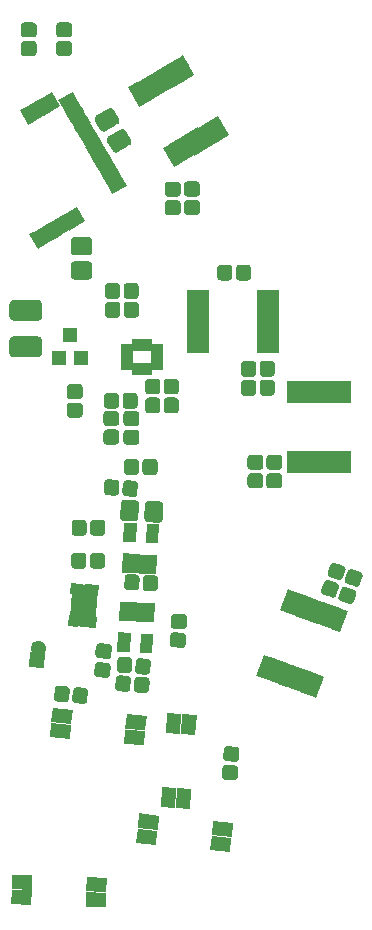
<source format=gbs>
G04 #@! TF.GenerationSoftware,KiCad,Pcbnew,(5.0.0)*
G04 #@! TF.CreationDate,2020-01-07T16:08:45+01:00*
G04 #@! TF.ProjectId,Insole_PCB,496E736F6C655F5043422E6B69636164,rev?*
G04 #@! TF.SameCoordinates,Original*
G04 #@! TF.FileFunction,Soldermask,Bot*
G04 #@! TF.FilePolarity,Negative*
%FSLAX46Y46*%
G04 Gerber Fmt 4.6, Leading zero omitted, Abs format (unit mm)*
G04 Created by KiCad (PCBNEW (5.0.0)) date 01/07/20 16:08:45*
%MOMM*%
%LPD*%
G01*
G04 APERTURE LIST*
%ADD10C,1.250000*%
%ADD11C,1.250000*%
%ADD12C,0.100000*%
%ADD13R,1.075000X0.650000*%
%ADD14R,0.650000X1.075000*%
%ADD15C,1.275000*%
%ADD16C,1.550000*%
%ADD17C,0.850000*%
%ADD18R,1.900000X0.850000*%
%ADD19R,0.850000X1.900000*%
%ADD20R,1.200000X1.300000*%
%ADD21C,1.050000*%
%ADD22C,0.810000*%
%ADD23C,2.200000*%
%ADD24C,0.900000*%
%ADD25C,0.800000*%
%ADD26C,1.200000*%
%ADD27C,1.725000*%
G04 APERTURE END LIST*
D10*
G04 #@! TO.C,J2*
X186929209Y-191863143D03*
D11*
X186929209Y-191863143D02*
X186929209Y-191863143D01*
D10*
X186859453Y-192860707D03*
D12*
G36*
X187526528Y-192280827D02*
X187439333Y-193527782D01*
X186192378Y-193440587D01*
X186279573Y-192193632D01*
X187526528Y-192280827D01*
X187526528Y-192280827D01*
G37*
G04 #@! TD*
D13*
G04 #@! TO.C,U2*
X194486953Y-166460707D03*
X194486953Y-166960707D03*
X194486953Y-167460707D03*
X194486953Y-167960707D03*
X197011953Y-167960707D03*
X197011953Y-167460707D03*
X197011953Y-166960707D03*
X197011953Y-166460707D03*
D14*
X195249453Y-168223207D03*
X195749453Y-168223207D03*
X196249453Y-168223207D03*
X195249453Y-166198207D03*
X196249453Y-166198207D03*
X195749453Y-166198207D03*
G04 #@! TD*
D12*
G04 #@! TO.C,C1*
G36*
X192083608Y-193035491D02*
X192794372Y-193085192D01*
X192825431Y-193088903D01*
X192855978Y-193095640D01*
X192885717Y-193105339D01*
X192914362Y-193117906D01*
X192941638Y-193133220D01*
X192967281Y-193151134D01*
X192991045Y-193171475D01*
X193012701Y-193194047D01*
X193032039Y-193218633D01*
X193048875Y-193244997D01*
X193063046Y-193272884D01*
X193074415Y-193302025D01*
X193082873Y-193332140D01*
X193088339Y-193362940D01*
X193090759Y-193394127D01*
X193090111Y-193425401D01*
X193045641Y-194061348D01*
X193041930Y-194092408D01*
X193035193Y-194122954D01*
X193025494Y-194152693D01*
X193012927Y-194181339D01*
X192997613Y-194208614D01*
X192979699Y-194234257D01*
X192959358Y-194258021D01*
X192936786Y-194279677D01*
X192912199Y-194299016D01*
X192885836Y-194315851D01*
X192857949Y-194330022D01*
X192828808Y-194341391D01*
X192798692Y-194349849D01*
X192767893Y-194355315D01*
X192736706Y-194357735D01*
X192705432Y-194357087D01*
X191994668Y-194307386D01*
X191963609Y-194303675D01*
X191933062Y-194296938D01*
X191903323Y-194287239D01*
X191874678Y-194274672D01*
X191847402Y-194259358D01*
X191821759Y-194241444D01*
X191797995Y-194221103D01*
X191776339Y-194198531D01*
X191757001Y-194173945D01*
X191740165Y-194147581D01*
X191725994Y-194119694D01*
X191714625Y-194090553D01*
X191706167Y-194060438D01*
X191700701Y-194029638D01*
X191698281Y-193998451D01*
X191698929Y-193967177D01*
X191743399Y-193331230D01*
X191747110Y-193300170D01*
X191753847Y-193269624D01*
X191763546Y-193239885D01*
X191776113Y-193211239D01*
X191791427Y-193183964D01*
X191809341Y-193158321D01*
X191829682Y-193134557D01*
X191852254Y-193112901D01*
X191876841Y-193093562D01*
X191903204Y-193076727D01*
X191931091Y-193062556D01*
X191960232Y-193051187D01*
X191990348Y-193042729D01*
X192021147Y-193037263D01*
X192052334Y-193034843D01*
X192083608Y-193035491D01*
X192083608Y-193035491D01*
G37*
D15*
X192394520Y-193696289D03*
D12*
G36*
X192193474Y-191464327D02*
X192904238Y-191514028D01*
X192935297Y-191517739D01*
X192965844Y-191524476D01*
X192995583Y-191534175D01*
X193024228Y-191546742D01*
X193051504Y-191562056D01*
X193077147Y-191579970D01*
X193100911Y-191600311D01*
X193122567Y-191622883D01*
X193141905Y-191647469D01*
X193158741Y-191673833D01*
X193172912Y-191701720D01*
X193184281Y-191730861D01*
X193192739Y-191760976D01*
X193198205Y-191791776D01*
X193200625Y-191822963D01*
X193199977Y-191854237D01*
X193155507Y-192490184D01*
X193151796Y-192521244D01*
X193145059Y-192551790D01*
X193135360Y-192581529D01*
X193122793Y-192610175D01*
X193107479Y-192637450D01*
X193089565Y-192663093D01*
X193069224Y-192686857D01*
X193046652Y-192708513D01*
X193022065Y-192727852D01*
X192995702Y-192744687D01*
X192967815Y-192758858D01*
X192938674Y-192770227D01*
X192908558Y-192778685D01*
X192877759Y-192784151D01*
X192846572Y-192786571D01*
X192815298Y-192785923D01*
X192104534Y-192736222D01*
X192073475Y-192732511D01*
X192042928Y-192725774D01*
X192013189Y-192716075D01*
X191984544Y-192703508D01*
X191957268Y-192688194D01*
X191931625Y-192670280D01*
X191907861Y-192649939D01*
X191886205Y-192627367D01*
X191866867Y-192602781D01*
X191850031Y-192576417D01*
X191835860Y-192548530D01*
X191824491Y-192519389D01*
X191816033Y-192489274D01*
X191810567Y-192458474D01*
X191808147Y-192427287D01*
X191808795Y-192396013D01*
X191853265Y-191760066D01*
X191856976Y-191729006D01*
X191863713Y-191698460D01*
X191873412Y-191668721D01*
X191885979Y-191640075D01*
X191901293Y-191612800D01*
X191919207Y-191587157D01*
X191939548Y-191563393D01*
X191962120Y-191541737D01*
X191986707Y-191522398D01*
X192013070Y-191505563D01*
X192040957Y-191491392D01*
X192070098Y-191480023D01*
X192100214Y-191471565D01*
X192131013Y-191466099D01*
X192162200Y-191463679D01*
X192193474Y-191464327D01*
X192193474Y-191464327D01*
G37*
D15*
X192504386Y-192125125D03*
G04 #@! TD*
D12*
G04 #@! TO.C,C2*
G36*
X212921741Y-186661067D02*
X212952854Y-186664303D01*
X212983500Y-186670572D01*
X213013384Y-186679816D01*
X213682915Y-186923506D01*
X213711749Y-186935634D01*
X213739255Y-186950530D01*
X213765169Y-186968050D01*
X213789241Y-186988026D01*
X213811238Y-187010265D01*
X213830950Y-187034553D01*
X213848187Y-187060657D01*
X213862782Y-187088324D01*
X213874594Y-187117288D01*
X213883511Y-187147271D01*
X213889446Y-187177983D01*
X213892343Y-187209130D01*
X213892172Y-187240410D01*
X213888936Y-187271523D01*
X213882666Y-187302168D01*
X213873423Y-187332052D01*
X213655386Y-187931106D01*
X213643258Y-187959939D01*
X213628362Y-187987446D01*
X213610842Y-188013359D01*
X213590866Y-188037431D01*
X213568627Y-188059429D01*
X213544339Y-188079141D01*
X213518236Y-188096377D01*
X213490569Y-188110972D01*
X213461605Y-188122785D01*
X213431622Y-188131702D01*
X213400909Y-188137637D01*
X213369763Y-188140534D01*
X213338483Y-188140363D01*
X213307370Y-188137127D01*
X213276724Y-188130858D01*
X213246840Y-188121614D01*
X212577309Y-187877924D01*
X212548475Y-187865796D01*
X212520969Y-187850900D01*
X212495055Y-187833380D01*
X212470983Y-187813404D01*
X212448986Y-187791165D01*
X212429274Y-187766877D01*
X212412037Y-187740773D01*
X212397442Y-187713106D01*
X212385630Y-187684142D01*
X212376713Y-187654159D01*
X212370778Y-187623447D01*
X212367881Y-187592300D01*
X212368052Y-187561020D01*
X212371288Y-187529907D01*
X212377558Y-187499262D01*
X212386801Y-187469378D01*
X212604838Y-186870324D01*
X212616966Y-186841491D01*
X212631862Y-186813984D01*
X212649382Y-186788071D01*
X212669358Y-186763999D01*
X212691597Y-186742001D01*
X212715885Y-186722289D01*
X212741988Y-186705053D01*
X212769655Y-186690458D01*
X212798619Y-186678645D01*
X212828602Y-186669728D01*
X212859315Y-186663793D01*
X212890461Y-186660896D01*
X212921741Y-186661067D01*
X212921741Y-186661067D01*
G37*
D15*
X213130112Y-187400715D03*
D12*
G36*
X213460423Y-185181051D02*
X213491536Y-185184287D01*
X213522182Y-185190556D01*
X213552066Y-185199800D01*
X214221597Y-185443490D01*
X214250431Y-185455618D01*
X214277937Y-185470514D01*
X214303851Y-185488034D01*
X214327923Y-185508010D01*
X214349920Y-185530249D01*
X214369632Y-185554537D01*
X214386869Y-185580641D01*
X214401464Y-185608308D01*
X214413276Y-185637272D01*
X214422193Y-185667255D01*
X214428128Y-185697967D01*
X214431025Y-185729114D01*
X214430854Y-185760394D01*
X214427618Y-185791507D01*
X214421348Y-185822152D01*
X214412105Y-185852036D01*
X214194068Y-186451090D01*
X214181940Y-186479923D01*
X214167044Y-186507430D01*
X214149524Y-186533343D01*
X214129548Y-186557415D01*
X214107309Y-186579413D01*
X214083021Y-186599125D01*
X214056918Y-186616361D01*
X214029251Y-186630956D01*
X214000287Y-186642769D01*
X213970304Y-186651686D01*
X213939591Y-186657621D01*
X213908445Y-186660518D01*
X213877165Y-186660347D01*
X213846052Y-186657111D01*
X213815406Y-186650842D01*
X213785522Y-186641598D01*
X213115991Y-186397908D01*
X213087157Y-186385780D01*
X213059651Y-186370884D01*
X213033737Y-186353364D01*
X213009665Y-186333388D01*
X212987668Y-186311149D01*
X212967956Y-186286861D01*
X212950719Y-186260757D01*
X212936124Y-186233090D01*
X212924312Y-186204126D01*
X212915395Y-186174143D01*
X212909460Y-186143431D01*
X212906563Y-186112284D01*
X212906734Y-186081004D01*
X212909970Y-186049891D01*
X212916240Y-186019246D01*
X212925483Y-185989362D01*
X213143520Y-185390308D01*
X213155648Y-185361475D01*
X213170544Y-185333968D01*
X213188064Y-185308055D01*
X213208040Y-185283983D01*
X213230279Y-185261985D01*
X213254567Y-185242273D01*
X213280670Y-185225037D01*
X213308337Y-185210442D01*
X213337301Y-185198629D01*
X213367284Y-185189712D01*
X213397997Y-185183777D01*
X213429143Y-185180880D01*
X213460423Y-185181051D01*
X213460423Y-185181051D01*
G37*
D15*
X213668794Y-185920699D03*
G04 #@! TD*
D12*
G04 #@! TO.C,C3*
G36*
X196172888Y-185671165D02*
X196809514Y-185704529D01*
X196840634Y-185707697D01*
X196871293Y-185713900D01*
X196901197Y-185723078D01*
X196930057Y-185735143D01*
X196957596Y-185749979D01*
X196983548Y-185767442D01*
X197007663Y-185787366D01*
X197029709Y-185809557D01*
X197049474Y-185833802D01*
X197066768Y-185859867D01*
X197081423Y-185887502D01*
X197093299Y-185916441D01*
X197102281Y-185946404D01*
X197108283Y-185977104D01*
X197111248Y-186008244D01*
X197111145Y-186039524D01*
X197073855Y-186751048D01*
X197070687Y-186782168D01*
X197064484Y-186812828D01*
X197055306Y-186842731D01*
X197043241Y-186871592D01*
X197028405Y-186899130D01*
X197010941Y-186925082D01*
X196991018Y-186949197D01*
X196968827Y-186971244D01*
X196944582Y-186991009D01*
X196918516Y-187008302D01*
X196890881Y-187022957D01*
X196861943Y-187034833D01*
X196831979Y-187043815D01*
X196801280Y-187049817D01*
X196770140Y-187052782D01*
X196738860Y-187052679D01*
X196102234Y-187019315D01*
X196071114Y-187016147D01*
X196040455Y-187009944D01*
X196010551Y-187000766D01*
X195981691Y-186988701D01*
X195954152Y-186973865D01*
X195928200Y-186956402D01*
X195904085Y-186936478D01*
X195882039Y-186914287D01*
X195862274Y-186890042D01*
X195844980Y-186863977D01*
X195830325Y-186836342D01*
X195818449Y-186807403D01*
X195809467Y-186777440D01*
X195803465Y-186746740D01*
X195800500Y-186715600D01*
X195800603Y-186684320D01*
X195837893Y-185972796D01*
X195841061Y-185941676D01*
X195847264Y-185911016D01*
X195856442Y-185881113D01*
X195868507Y-185852252D01*
X195883343Y-185824714D01*
X195900807Y-185798762D01*
X195920730Y-185774647D01*
X195942921Y-185752600D01*
X195967166Y-185732835D01*
X195993232Y-185715542D01*
X196020867Y-185700887D01*
X196049805Y-185689011D01*
X196079769Y-185680029D01*
X196110468Y-185674027D01*
X196141608Y-185671062D01*
X196172888Y-185671165D01*
X196172888Y-185671165D01*
G37*
D15*
X196455874Y-186361922D03*
D12*
G36*
X194600046Y-185588735D02*
X195236672Y-185622099D01*
X195267792Y-185625267D01*
X195298451Y-185631470D01*
X195328355Y-185640648D01*
X195357215Y-185652713D01*
X195384754Y-185667549D01*
X195410706Y-185685012D01*
X195434821Y-185704936D01*
X195456867Y-185727127D01*
X195476632Y-185751372D01*
X195493926Y-185777437D01*
X195508581Y-185805072D01*
X195520457Y-185834011D01*
X195529439Y-185863974D01*
X195535441Y-185894674D01*
X195538406Y-185925814D01*
X195538303Y-185957094D01*
X195501013Y-186668618D01*
X195497845Y-186699738D01*
X195491642Y-186730398D01*
X195482464Y-186760301D01*
X195470399Y-186789162D01*
X195455563Y-186816700D01*
X195438099Y-186842652D01*
X195418176Y-186866767D01*
X195395985Y-186888814D01*
X195371740Y-186908579D01*
X195345674Y-186925872D01*
X195318039Y-186940527D01*
X195289101Y-186952403D01*
X195259137Y-186961385D01*
X195228438Y-186967387D01*
X195197298Y-186970352D01*
X195166018Y-186970249D01*
X194529392Y-186936885D01*
X194498272Y-186933717D01*
X194467613Y-186927514D01*
X194437709Y-186918336D01*
X194408849Y-186906271D01*
X194381310Y-186891435D01*
X194355358Y-186873972D01*
X194331243Y-186854048D01*
X194309197Y-186831857D01*
X194289432Y-186807612D01*
X194272138Y-186781547D01*
X194257483Y-186753912D01*
X194245607Y-186724973D01*
X194236625Y-186695010D01*
X194230623Y-186664310D01*
X194227658Y-186633170D01*
X194227761Y-186601890D01*
X194265051Y-185890366D01*
X194268219Y-185859246D01*
X194274422Y-185828586D01*
X194283600Y-185798683D01*
X194295665Y-185769822D01*
X194310501Y-185742284D01*
X194327965Y-185716332D01*
X194347888Y-185692217D01*
X194370079Y-185670170D01*
X194394324Y-185650405D01*
X194420390Y-185633112D01*
X194448025Y-185618457D01*
X194476963Y-185606581D01*
X194506927Y-185597599D01*
X194537626Y-185591597D01*
X194568766Y-185588632D01*
X194600046Y-185588735D01*
X194600046Y-185588735D01*
G37*
D15*
X194883032Y-186279492D03*
G04 #@! TD*
D12*
G04 #@! TO.C,C4*
G36*
X192907401Y-177555250D02*
X193543348Y-177599720D01*
X193574408Y-177603431D01*
X193604954Y-177610168D01*
X193634693Y-177619867D01*
X193663339Y-177632434D01*
X193690614Y-177647748D01*
X193716257Y-177665662D01*
X193740021Y-177686003D01*
X193761677Y-177708575D01*
X193781016Y-177733162D01*
X193797851Y-177759525D01*
X193812022Y-177787412D01*
X193823391Y-177816553D01*
X193831849Y-177846669D01*
X193837315Y-177877468D01*
X193839735Y-177908655D01*
X193839087Y-177939929D01*
X193789386Y-178650693D01*
X193785675Y-178681752D01*
X193778938Y-178712299D01*
X193769239Y-178742038D01*
X193756672Y-178770683D01*
X193741358Y-178797959D01*
X193723444Y-178823602D01*
X193703103Y-178847366D01*
X193680531Y-178869022D01*
X193655945Y-178888360D01*
X193629581Y-178905196D01*
X193601694Y-178919367D01*
X193572553Y-178930736D01*
X193542438Y-178939194D01*
X193511638Y-178944660D01*
X193480451Y-178947080D01*
X193449177Y-178946432D01*
X192813230Y-178901962D01*
X192782170Y-178898251D01*
X192751624Y-178891514D01*
X192721885Y-178881815D01*
X192693239Y-178869248D01*
X192665964Y-178853934D01*
X192640321Y-178836020D01*
X192616557Y-178815679D01*
X192594901Y-178793107D01*
X192575562Y-178768520D01*
X192558727Y-178742157D01*
X192544556Y-178714270D01*
X192533187Y-178685129D01*
X192524729Y-178655013D01*
X192519263Y-178624214D01*
X192516843Y-178593027D01*
X192517491Y-178561753D01*
X192567192Y-177850989D01*
X192570903Y-177819930D01*
X192577640Y-177789383D01*
X192587339Y-177759644D01*
X192599906Y-177730999D01*
X192615220Y-177703723D01*
X192633134Y-177678080D01*
X192653475Y-177654316D01*
X192676047Y-177632660D01*
X192700633Y-177613322D01*
X192726997Y-177596486D01*
X192754884Y-177582315D01*
X192784025Y-177570946D01*
X192814140Y-177562488D01*
X192844940Y-177557022D01*
X192876127Y-177554602D01*
X192907401Y-177555250D01*
X192907401Y-177555250D01*
G37*
D15*
X193178289Y-178250841D03*
D12*
G36*
X194478565Y-177665116D02*
X195114512Y-177709586D01*
X195145572Y-177713297D01*
X195176118Y-177720034D01*
X195205857Y-177729733D01*
X195234503Y-177742300D01*
X195261778Y-177757614D01*
X195287421Y-177775528D01*
X195311185Y-177795869D01*
X195332841Y-177818441D01*
X195352180Y-177843028D01*
X195369015Y-177869391D01*
X195383186Y-177897278D01*
X195394555Y-177926419D01*
X195403013Y-177956535D01*
X195408479Y-177987334D01*
X195410899Y-178018521D01*
X195410251Y-178049795D01*
X195360550Y-178760559D01*
X195356839Y-178791618D01*
X195350102Y-178822165D01*
X195340403Y-178851904D01*
X195327836Y-178880549D01*
X195312522Y-178907825D01*
X195294608Y-178933468D01*
X195274267Y-178957232D01*
X195251695Y-178978888D01*
X195227109Y-178998226D01*
X195200745Y-179015062D01*
X195172858Y-179029233D01*
X195143717Y-179040602D01*
X195113602Y-179049060D01*
X195082802Y-179054526D01*
X195051615Y-179056946D01*
X195020341Y-179056298D01*
X194384394Y-179011828D01*
X194353334Y-179008117D01*
X194322788Y-179001380D01*
X194293049Y-178991681D01*
X194264403Y-178979114D01*
X194237128Y-178963800D01*
X194211485Y-178945886D01*
X194187721Y-178925545D01*
X194166065Y-178902973D01*
X194146726Y-178878386D01*
X194129891Y-178852023D01*
X194115720Y-178824136D01*
X194104351Y-178794995D01*
X194095893Y-178764879D01*
X194090427Y-178734080D01*
X194088007Y-178702893D01*
X194088655Y-178671619D01*
X194138356Y-177960855D01*
X194142067Y-177929796D01*
X194148804Y-177899249D01*
X194158503Y-177869510D01*
X194171070Y-177840865D01*
X194186384Y-177813589D01*
X194204298Y-177787946D01*
X194224639Y-177764182D01*
X194247211Y-177742526D01*
X194271797Y-177723188D01*
X194298161Y-177706352D01*
X194326048Y-177692181D01*
X194355189Y-177680812D01*
X194385304Y-177672354D01*
X194416104Y-177666888D01*
X194447291Y-177664468D01*
X194478565Y-177665116D01*
X194478565Y-177665116D01*
G37*
D15*
X194749453Y-178360707D03*
G04 #@! TD*
D12*
G04 #@! TO.C,C5*
G36*
X211471741Y-186111067D02*
X211502854Y-186114303D01*
X211533500Y-186120572D01*
X211563384Y-186129816D01*
X212232915Y-186373506D01*
X212261749Y-186385634D01*
X212289255Y-186400530D01*
X212315169Y-186418050D01*
X212339241Y-186438026D01*
X212361238Y-186460265D01*
X212380950Y-186484553D01*
X212398187Y-186510657D01*
X212412782Y-186538324D01*
X212424594Y-186567288D01*
X212433511Y-186597271D01*
X212439446Y-186627983D01*
X212442343Y-186659130D01*
X212442172Y-186690410D01*
X212438936Y-186721523D01*
X212432666Y-186752168D01*
X212423423Y-186782052D01*
X212205386Y-187381106D01*
X212193258Y-187409939D01*
X212178362Y-187437446D01*
X212160842Y-187463359D01*
X212140866Y-187487431D01*
X212118627Y-187509429D01*
X212094339Y-187529141D01*
X212068236Y-187546377D01*
X212040569Y-187560972D01*
X212011605Y-187572785D01*
X211981622Y-187581702D01*
X211950909Y-187587637D01*
X211919763Y-187590534D01*
X211888483Y-187590363D01*
X211857370Y-187587127D01*
X211826724Y-187580858D01*
X211796840Y-187571614D01*
X211127309Y-187327924D01*
X211098475Y-187315796D01*
X211070969Y-187300900D01*
X211045055Y-187283380D01*
X211020983Y-187263404D01*
X210998986Y-187241165D01*
X210979274Y-187216877D01*
X210962037Y-187190773D01*
X210947442Y-187163106D01*
X210935630Y-187134142D01*
X210926713Y-187104159D01*
X210920778Y-187073447D01*
X210917881Y-187042300D01*
X210918052Y-187011020D01*
X210921288Y-186979907D01*
X210927558Y-186949262D01*
X210936801Y-186919378D01*
X211154838Y-186320324D01*
X211166966Y-186291491D01*
X211181862Y-186263984D01*
X211199382Y-186238071D01*
X211219358Y-186213999D01*
X211241597Y-186192001D01*
X211265885Y-186172289D01*
X211291988Y-186155053D01*
X211319655Y-186140458D01*
X211348619Y-186128645D01*
X211378602Y-186119728D01*
X211409315Y-186113793D01*
X211440461Y-186110896D01*
X211471741Y-186111067D01*
X211471741Y-186111067D01*
G37*
D15*
X211680112Y-186850715D03*
D12*
G36*
X212010423Y-184631051D02*
X212041536Y-184634287D01*
X212072182Y-184640556D01*
X212102066Y-184649800D01*
X212771597Y-184893490D01*
X212800431Y-184905618D01*
X212827937Y-184920514D01*
X212853851Y-184938034D01*
X212877923Y-184958010D01*
X212899920Y-184980249D01*
X212919632Y-185004537D01*
X212936869Y-185030641D01*
X212951464Y-185058308D01*
X212963276Y-185087272D01*
X212972193Y-185117255D01*
X212978128Y-185147967D01*
X212981025Y-185179114D01*
X212980854Y-185210394D01*
X212977618Y-185241507D01*
X212971348Y-185272152D01*
X212962105Y-185302036D01*
X212744068Y-185901090D01*
X212731940Y-185929923D01*
X212717044Y-185957430D01*
X212699524Y-185983343D01*
X212679548Y-186007415D01*
X212657309Y-186029413D01*
X212633021Y-186049125D01*
X212606918Y-186066361D01*
X212579251Y-186080956D01*
X212550287Y-186092769D01*
X212520304Y-186101686D01*
X212489591Y-186107621D01*
X212458445Y-186110518D01*
X212427165Y-186110347D01*
X212396052Y-186107111D01*
X212365406Y-186100842D01*
X212335522Y-186091598D01*
X211665991Y-185847908D01*
X211637157Y-185835780D01*
X211609651Y-185820884D01*
X211583737Y-185803364D01*
X211559665Y-185783388D01*
X211537668Y-185761149D01*
X211517956Y-185736861D01*
X211500719Y-185710757D01*
X211486124Y-185683090D01*
X211474312Y-185654126D01*
X211465395Y-185624143D01*
X211459460Y-185593431D01*
X211456563Y-185562284D01*
X211456734Y-185531004D01*
X211459970Y-185499891D01*
X211466240Y-185469246D01*
X211475483Y-185439362D01*
X211693520Y-184840308D01*
X211705648Y-184811475D01*
X211720544Y-184783968D01*
X211738064Y-184758055D01*
X211758040Y-184733983D01*
X211780279Y-184711985D01*
X211804567Y-184692273D01*
X211830670Y-184675037D01*
X211858337Y-184660442D01*
X211887301Y-184648629D01*
X211917284Y-184639712D01*
X211947997Y-184633777D01*
X211979143Y-184630880D01*
X212010423Y-184631051D01*
X212010423Y-184631051D01*
G37*
D15*
X212218794Y-185370699D03*
G04 #@! TD*
D12*
G04 #@! TO.C,C6*
G36*
X205736946Y-175474742D02*
X205767888Y-175479332D01*
X205798231Y-175486932D01*
X205827683Y-175497470D01*
X205855961Y-175510845D01*
X205882791Y-175526926D01*
X205907916Y-175545560D01*
X205931093Y-175566567D01*
X205952100Y-175589744D01*
X205970734Y-175614869D01*
X205986815Y-175641699D01*
X206000190Y-175669977D01*
X206010728Y-175699429D01*
X206018328Y-175729772D01*
X206022918Y-175760714D01*
X206024453Y-175791957D01*
X206024453Y-176429457D01*
X206022918Y-176460700D01*
X206018328Y-176491642D01*
X206010728Y-176521985D01*
X206000190Y-176551437D01*
X205986815Y-176579715D01*
X205970734Y-176606545D01*
X205952100Y-176631670D01*
X205931093Y-176654847D01*
X205907916Y-176675854D01*
X205882791Y-176694488D01*
X205855961Y-176710569D01*
X205827683Y-176723944D01*
X205798231Y-176734482D01*
X205767888Y-176742082D01*
X205736946Y-176746672D01*
X205705703Y-176748207D01*
X204993203Y-176748207D01*
X204961960Y-176746672D01*
X204931018Y-176742082D01*
X204900675Y-176734482D01*
X204871223Y-176723944D01*
X204842945Y-176710569D01*
X204816115Y-176694488D01*
X204790990Y-176675854D01*
X204767813Y-176654847D01*
X204746806Y-176631670D01*
X204728172Y-176606545D01*
X204712091Y-176579715D01*
X204698716Y-176551437D01*
X204688178Y-176521985D01*
X204680578Y-176491642D01*
X204675988Y-176460700D01*
X204674453Y-176429457D01*
X204674453Y-175791957D01*
X204675988Y-175760714D01*
X204680578Y-175729772D01*
X204688178Y-175699429D01*
X204698716Y-175669977D01*
X204712091Y-175641699D01*
X204728172Y-175614869D01*
X204746806Y-175589744D01*
X204767813Y-175566567D01*
X204790990Y-175545560D01*
X204816115Y-175526926D01*
X204842945Y-175510845D01*
X204871223Y-175497470D01*
X204900675Y-175486932D01*
X204931018Y-175479332D01*
X204961960Y-175474742D01*
X204993203Y-175473207D01*
X205705703Y-175473207D01*
X205736946Y-175474742D01*
X205736946Y-175474742D01*
G37*
D15*
X205349453Y-176110707D03*
D12*
G36*
X205736946Y-177049742D02*
X205767888Y-177054332D01*
X205798231Y-177061932D01*
X205827683Y-177072470D01*
X205855961Y-177085845D01*
X205882791Y-177101926D01*
X205907916Y-177120560D01*
X205931093Y-177141567D01*
X205952100Y-177164744D01*
X205970734Y-177189869D01*
X205986815Y-177216699D01*
X206000190Y-177244977D01*
X206010728Y-177274429D01*
X206018328Y-177304772D01*
X206022918Y-177335714D01*
X206024453Y-177366957D01*
X206024453Y-178004457D01*
X206022918Y-178035700D01*
X206018328Y-178066642D01*
X206010728Y-178096985D01*
X206000190Y-178126437D01*
X205986815Y-178154715D01*
X205970734Y-178181545D01*
X205952100Y-178206670D01*
X205931093Y-178229847D01*
X205907916Y-178250854D01*
X205882791Y-178269488D01*
X205855961Y-178285569D01*
X205827683Y-178298944D01*
X205798231Y-178309482D01*
X205767888Y-178317082D01*
X205736946Y-178321672D01*
X205705703Y-178323207D01*
X204993203Y-178323207D01*
X204961960Y-178321672D01*
X204931018Y-178317082D01*
X204900675Y-178309482D01*
X204871223Y-178298944D01*
X204842945Y-178285569D01*
X204816115Y-178269488D01*
X204790990Y-178250854D01*
X204767813Y-178229847D01*
X204746806Y-178206670D01*
X204728172Y-178181545D01*
X204712091Y-178154715D01*
X204698716Y-178126437D01*
X204688178Y-178096985D01*
X204680578Y-178066642D01*
X204675988Y-178035700D01*
X204674453Y-178004457D01*
X204674453Y-177366957D01*
X204675988Y-177335714D01*
X204680578Y-177304772D01*
X204688178Y-177274429D01*
X204698716Y-177244977D01*
X204712091Y-177216699D01*
X204728172Y-177189869D01*
X204746806Y-177164744D01*
X204767813Y-177141567D01*
X204790990Y-177120560D01*
X204816115Y-177101926D01*
X204842945Y-177085845D01*
X204871223Y-177072470D01*
X204900675Y-177061932D01*
X204931018Y-177054332D01*
X204961960Y-177049742D01*
X204993203Y-177048207D01*
X205705703Y-177048207D01*
X205736946Y-177049742D01*
X205736946Y-177049742D01*
G37*
D15*
X205349453Y-177685707D03*
G04 #@! TD*
D12*
G04 #@! TO.C,C7*
G36*
X207336946Y-175487242D02*
X207367888Y-175491832D01*
X207398231Y-175499432D01*
X207427683Y-175509970D01*
X207455961Y-175523345D01*
X207482791Y-175539426D01*
X207507916Y-175558060D01*
X207531093Y-175579067D01*
X207552100Y-175602244D01*
X207570734Y-175627369D01*
X207586815Y-175654199D01*
X207600190Y-175682477D01*
X207610728Y-175711929D01*
X207618328Y-175742272D01*
X207622918Y-175773214D01*
X207624453Y-175804457D01*
X207624453Y-176441957D01*
X207622918Y-176473200D01*
X207618328Y-176504142D01*
X207610728Y-176534485D01*
X207600190Y-176563937D01*
X207586815Y-176592215D01*
X207570734Y-176619045D01*
X207552100Y-176644170D01*
X207531093Y-176667347D01*
X207507916Y-176688354D01*
X207482791Y-176706988D01*
X207455961Y-176723069D01*
X207427683Y-176736444D01*
X207398231Y-176746982D01*
X207367888Y-176754582D01*
X207336946Y-176759172D01*
X207305703Y-176760707D01*
X206593203Y-176760707D01*
X206561960Y-176759172D01*
X206531018Y-176754582D01*
X206500675Y-176746982D01*
X206471223Y-176736444D01*
X206442945Y-176723069D01*
X206416115Y-176706988D01*
X206390990Y-176688354D01*
X206367813Y-176667347D01*
X206346806Y-176644170D01*
X206328172Y-176619045D01*
X206312091Y-176592215D01*
X206298716Y-176563937D01*
X206288178Y-176534485D01*
X206280578Y-176504142D01*
X206275988Y-176473200D01*
X206274453Y-176441957D01*
X206274453Y-175804457D01*
X206275988Y-175773214D01*
X206280578Y-175742272D01*
X206288178Y-175711929D01*
X206298716Y-175682477D01*
X206312091Y-175654199D01*
X206328172Y-175627369D01*
X206346806Y-175602244D01*
X206367813Y-175579067D01*
X206390990Y-175558060D01*
X206416115Y-175539426D01*
X206442945Y-175523345D01*
X206471223Y-175509970D01*
X206500675Y-175499432D01*
X206531018Y-175491832D01*
X206561960Y-175487242D01*
X206593203Y-175485707D01*
X207305703Y-175485707D01*
X207336946Y-175487242D01*
X207336946Y-175487242D01*
G37*
D15*
X206949453Y-176123207D03*
D12*
G36*
X207336946Y-177062242D02*
X207367888Y-177066832D01*
X207398231Y-177074432D01*
X207427683Y-177084970D01*
X207455961Y-177098345D01*
X207482791Y-177114426D01*
X207507916Y-177133060D01*
X207531093Y-177154067D01*
X207552100Y-177177244D01*
X207570734Y-177202369D01*
X207586815Y-177229199D01*
X207600190Y-177257477D01*
X207610728Y-177286929D01*
X207618328Y-177317272D01*
X207622918Y-177348214D01*
X207624453Y-177379457D01*
X207624453Y-178016957D01*
X207622918Y-178048200D01*
X207618328Y-178079142D01*
X207610728Y-178109485D01*
X207600190Y-178138937D01*
X207586815Y-178167215D01*
X207570734Y-178194045D01*
X207552100Y-178219170D01*
X207531093Y-178242347D01*
X207507916Y-178263354D01*
X207482791Y-178281988D01*
X207455961Y-178298069D01*
X207427683Y-178311444D01*
X207398231Y-178321982D01*
X207367888Y-178329582D01*
X207336946Y-178334172D01*
X207305703Y-178335707D01*
X206593203Y-178335707D01*
X206561960Y-178334172D01*
X206531018Y-178329582D01*
X206500675Y-178321982D01*
X206471223Y-178311444D01*
X206442945Y-178298069D01*
X206416115Y-178281988D01*
X206390990Y-178263354D01*
X206367813Y-178242347D01*
X206346806Y-178219170D01*
X206328172Y-178194045D01*
X206312091Y-178167215D01*
X206298716Y-178138937D01*
X206288178Y-178109485D01*
X206280578Y-178079142D01*
X206275988Y-178048200D01*
X206274453Y-178016957D01*
X206274453Y-177379457D01*
X206275988Y-177348214D01*
X206280578Y-177317272D01*
X206288178Y-177286929D01*
X206298716Y-177257477D01*
X206312091Y-177229199D01*
X206328172Y-177202369D01*
X206346806Y-177177244D01*
X206367813Y-177154067D01*
X206390990Y-177133060D01*
X206416115Y-177114426D01*
X206442945Y-177098345D01*
X206471223Y-177084970D01*
X206500675Y-177074432D01*
X206531018Y-177066832D01*
X206561960Y-177062242D01*
X206593203Y-177060707D01*
X207305703Y-177060707D01*
X207336946Y-177062242D01*
X207336946Y-177062242D01*
G37*
D15*
X206949453Y-177698207D03*
G04 #@! TD*
D12*
G04 #@! TO.C,C8*
G36*
X206699446Y-169137242D02*
X206730388Y-169141832D01*
X206760731Y-169149432D01*
X206790183Y-169159970D01*
X206818461Y-169173345D01*
X206845291Y-169189426D01*
X206870416Y-169208060D01*
X206893593Y-169229067D01*
X206914600Y-169252244D01*
X206933234Y-169277369D01*
X206949315Y-169304199D01*
X206962690Y-169332477D01*
X206973228Y-169361929D01*
X206980828Y-169392272D01*
X206985418Y-169423214D01*
X206986953Y-169454457D01*
X206986953Y-170166957D01*
X206985418Y-170198200D01*
X206980828Y-170229142D01*
X206973228Y-170259485D01*
X206962690Y-170288937D01*
X206949315Y-170317215D01*
X206933234Y-170344045D01*
X206914600Y-170369170D01*
X206893593Y-170392347D01*
X206870416Y-170413354D01*
X206845291Y-170431988D01*
X206818461Y-170448069D01*
X206790183Y-170461444D01*
X206760731Y-170471982D01*
X206730388Y-170479582D01*
X206699446Y-170484172D01*
X206668203Y-170485707D01*
X206030703Y-170485707D01*
X205999460Y-170484172D01*
X205968518Y-170479582D01*
X205938175Y-170471982D01*
X205908723Y-170461444D01*
X205880445Y-170448069D01*
X205853615Y-170431988D01*
X205828490Y-170413354D01*
X205805313Y-170392347D01*
X205784306Y-170369170D01*
X205765672Y-170344045D01*
X205749591Y-170317215D01*
X205736216Y-170288937D01*
X205725678Y-170259485D01*
X205718078Y-170229142D01*
X205713488Y-170198200D01*
X205711953Y-170166957D01*
X205711953Y-169454457D01*
X205713488Y-169423214D01*
X205718078Y-169392272D01*
X205725678Y-169361929D01*
X205736216Y-169332477D01*
X205749591Y-169304199D01*
X205765672Y-169277369D01*
X205784306Y-169252244D01*
X205805313Y-169229067D01*
X205828490Y-169208060D01*
X205853615Y-169189426D01*
X205880445Y-169173345D01*
X205908723Y-169159970D01*
X205938175Y-169149432D01*
X205968518Y-169141832D01*
X205999460Y-169137242D01*
X206030703Y-169135707D01*
X206668203Y-169135707D01*
X206699446Y-169137242D01*
X206699446Y-169137242D01*
G37*
D15*
X206349453Y-169810707D03*
D12*
G36*
X205124446Y-169137242D02*
X205155388Y-169141832D01*
X205185731Y-169149432D01*
X205215183Y-169159970D01*
X205243461Y-169173345D01*
X205270291Y-169189426D01*
X205295416Y-169208060D01*
X205318593Y-169229067D01*
X205339600Y-169252244D01*
X205358234Y-169277369D01*
X205374315Y-169304199D01*
X205387690Y-169332477D01*
X205398228Y-169361929D01*
X205405828Y-169392272D01*
X205410418Y-169423214D01*
X205411953Y-169454457D01*
X205411953Y-170166957D01*
X205410418Y-170198200D01*
X205405828Y-170229142D01*
X205398228Y-170259485D01*
X205387690Y-170288937D01*
X205374315Y-170317215D01*
X205358234Y-170344045D01*
X205339600Y-170369170D01*
X205318593Y-170392347D01*
X205295416Y-170413354D01*
X205270291Y-170431988D01*
X205243461Y-170448069D01*
X205215183Y-170461444D01*
X205185731Y-170471982D01*
X205155388Y-170479582D01*
X205124446Y-170484172D01*
X205093203Y-170485707D01*
X204455703Y-170485707D01*
X204424460Y-170484172D01*
X204393518Y-170479582D01*
X204363175Y-170471982D01*
X204333723Y-170461444D01*
X204305445Y-170448069D01*
X204278615Y-170431988D01*
X204253490Y-170413354D01*
X204230313Y-170392347D01*
X204209306Y-170369170D01*
X204190672Y-170344045D01*
X204174591Y-170317215D01*
X204161216Y-170288937D01*
X204150678Y-170259485D01*
X204143078Y-170229142D01*
X204138488Y-170198200D01*
X204136953Y-170166957D01*
X204136953Y-169454457D01*
X204138488Y-169423214D01*
X204143078Y-169392272D01*
X204150678Y-169361929D01*
X204161216Y-169332477D01*
X204174591Y-169304199D01*
X204190672Y-169277369D01*
X204209306Y-169252244D01*
X204230313Y-169229067D01*
X204253490Y-169208060D01*
X204278615Y-169189426D01*
X204305445Y-169173345D01*
X204333723Y-169159970D01*
X204363175Y-169149432D01*
X204393518Y-169141832D01*
X204424460Y-169137242D01*
X204455703Y-169135707D01*
X205093203Y-169135707D01*
X205124446Y-169137242D01*
X205124446Y-169137242D01*
G37*
D15*
X204774453Y-169810707D03*
G04 #@! TD*
D12*
G04 #@! TO.C,C9*
G36*
X206699446Y-167537242D02*
X206730388Y-167541832D01*
X206760731Y-167549432D01*
X206790183Y-167559970D01*
X206818461Y-167573345D01*
X206845291Y-167589426D01*
X206870416Y-167608060D01*
X206893593Y-167629067D01*
X206914600Y-167652244D01*
X206933234Y-167677369D01*
X206949315Y-167704199D01*
X206962690Y-167732477D01*
X206973228Y-167761929D01*
X206980828Y-167792272D01*
X206985418Y-167823214D01*
X206986953Y-167854457D01*
X206986953Y-168566957D01*
X206985418Y-168598200D01*
X206980828Y-168629142D01*
X206973228Y-168659485D01*
X206962690Y-168688937D01*
X206949315Y-168717215D01*
X206933234Y-168744045D01*
X206914600Y-168769170D01*
X206893593Y-168792347D01*
X206870416Y-168813354D01*
X206845291Y-168831988D01*
X206818461Y-168848069D01*
X206790183Y-168861444D01*
X206760731Y-168871982D01*
X206730388Y-168879582D01*
X206699446Y-168884172D01*
X206668203Y-168885707D01*
X206030703Y-168885707D01*
X205999460Y-168884172D01*
X205968518Y-168879582D01*
X205938175Y-168871982D01*
X205908723Y-168861444D01*
X205880445Y-168848069D01*
X205853615Y-168831988D01*
X205828490Y-168813354D01*
X205805313Y-168792347D01*
X205784306Y-168769170D01*
X205765672Y-168744045D01*
X205749591Y-168717215D01*
X205736216Y-168688937D01*
X205725678Y-168659485D01*
X205718078Y-168629142D01*
X205713488Y-168598200D01*
X205711953Y-168566957D01*
X205711953Y-167854457D01*
X205713488Y-167823214D01*
X205718078Y-167792272D01*
X205725678Y-167761929D01*
X205736216Y-167732477D01*
X205749591Y-167704199D01*
X205765672Y-167677369D01*
X205784306Y-167652244D01*
X205805313Y-167629067D01*
X205828490Y-167608060D01*
X205853615Y-167589426D01*
X205880445Y-167573345D01*
X205908723Y-167559970D01*
X205938175Y-167549432D01*
X205968518Y-167541832D01*
X205999460Y-167537242D01*
X206030703Y-167535707D01*
X206668203Y-167535707D01*
X206699446Y-167537242D01*
X206699446Y-167537242D01*
G37*
D15*
X206349453Y-168210707D03*
D12*
G36*
X205124446Y-167537242D02*
X205155388Y-167541832D01*
X205185731Y-167549432D01*
X205215183Y-167559970D01*
X205243461Y-167573345D01*
X205270291Y-167589426D01*
X205295416Y-167608060D01*
X205318593Y-167629067D01*
X205339600Y-167652244D01*
X205358234Y-167677369D01*
X205374315Y-167704199D01*
X205387690Y-167732477D01*
X205398228Y-167761929D01*
X205405828Y-167792272D01*
X205410418Y-167823214D01*
X205411953Y-167854457D01*
X205411953Y-168566957D01*
X205410418Y-168598200D01*
X205405828Y-168629142D01*
X205398228Y-168659485D01*
X205387690Y-168688937D01*
X205374315Y-168717215D01*
X205358234Y-168744045D01*
X205339600Y-168769170D01*
X205318593Y-168792347D01*
X205295416Y-168813354D01*
X205270291Y-168831988D01*
X205243461Y-168848069D01*
X205215183Y-168861444D01*
X205185731Y-168871982D01*
X205155388Y-168879582D01*
X205124446Y-168884172D01*
X205093203Y-168885707D01*
X204455703Y-168885707D01*
X204424460Y-168884172D01*
X204393518Y-168879582D01*
X204363175Y-168871982D01*
X204333723Y-168861444D01*
X204305445Y-168848069D01*
X204278615Y-168831988D01*
X204253490Y-168813354D01*
X204230313Y-168792347D01*
X204209306Y-168769170D01*
X204190672Y-168744045D01*
X204174591Y-168717215D01*
X204161216Y-168688937D01*
X204150678Y-168659485D01*
X204143078Y-168629142D01*
X204138488Y-168598200D01*
X204136953Y-168566957D01*
X204136953Y-167854457D01*
X204138488Y-167823214D01*
X204143078Y-167792272D01*
X204150678Y-167761929D01*
X204161216Y-167732477D01*
X204174591Y-167704199D01*
X204190672Y-167677369D01*
X204209306Y-167652244D01*
X204230313Y-167629067D01*
X204253490Y-167608060D01*
X204278615Y-167589426D01*
X204305445Y-167573345D01*
X204333723Y-167559970D01*
X204363175Y-167549432D01*
X204393518Y-167541832D01*
X204424460Y-167537242D01*
X204455703Y-167535707D01*
X205093203Y-167535707D01*
X205124446Y-167537242D01*
X205124446Y-167537242D01*
G37*
D15*
X204774453Y-168210707D03*
G04 #@! TD*
D12*
G04 #@! TO.C,C10*
G36*
X200361946Y-152349742D02*
X200392888Y-152354332D01*
X200423231Y-152361932D01*
X200452683Y-152372470D01*
X200480961Y-152385845D01*
X200507791Y-152401926D01*
X200532916Y-152420560D01*
X200556093Y-152441567D01*
X200577100Y-152464744D01*
X200595734Y-152489869D01*
X200611815Y-152516699D01*
X200625190Y-152544977D01*
X200635728Y-152574429D01*
X200643328Y-152604772D01*
X200647918Y-152635714D01*
X200649453Y-152666957D01*
X200649453Y-153304457D01*
X200647918Y-153335700D01*
X200643328Y-153366642D01*
X200635728Y-153396985D01*
X200625190Y-153426437D01*
X200611815Y-153454715D01*
X200595734Y-153481545D01*
X200577100Y-153506670D01*
X200556093Y-153529847D01*
X200532916Y-153550854D01*
X200507791Y-153569488D01*
X200480961Y-153585569D01*
X200452683Y-153598944D01*
X200423231Y-153609482D01*
X200392888Y-153617082D01*
X200361946Y-153621672D01*
X200330703Y-153623207D01*
X199618203Y-153623207D01*
X199586960Y-153621672D01*
X199556018Y-153617082D01*
X199525675Y-153609482D01*
X199496223Y-153598944D01*
X199467945Y-153585569D01*
X199441115Y-153569488D01*
X199415990Y-153550854D01*
X199392813Y-153529847D01*
X199371806Y-153506670D01*
X199353172Y-153481545D01*
X199337091Y-153454715D01*
X199323716Y-153426437D01*
X199313178Y-153396985D01*
X199305578Y-153366642D01*
X199300988Y-153335700D01*
X199299453Y-153304457D01*
X199299453Y-152666957D01*
X199300988Y-152635714D01*
X199305578Y-152604772D01*
X199313178Y-152574429D01*
X199323716Y-152544977D01*
X199337091Y-152516699D01*
X199353172Y-152489869D01*
X199371806Y-152464744D01*
X199392813Y-152441567D01*
X199415990Y-152420560D01*
X199441115Y-152401926D01*
X199467945Y-152385845D01*
X199496223Y-152372470D01*
X199525675Y-152361932D01*
X199556018Y-152354332D01*
X199586960Y-152349742D01*
X199618203Y-152348207D01*
X200330703Y-152348207D01*
X200361946Y-152349742D01*
X200361946Y-152349742D01*
G37*
D15*
X199974453Y-152985707D03*
D12*
G36*
X200361946Y-153924742D02*
X200392888Y-153929332D01*
X200423231Y-153936932D01*
X200452683Y-153947470D01*
X200480961Y-153960845D01*
X200507791Y-153976926D01*
X200532916Y-153995560D01*
X200556093Y-154016567D01*
X200577100Y-154039744D01*
X200595734Y-154064869D01*
X200611815Y-154091699D01*
X200625190Y-154119977D01*
X200635728Y-154149429D01*
X200643328Y-154179772D01*
X200647918Y-154210714D01*
X200649453Y-154241957D01*
X200649453Y-154879457D01*
X200647918Y-154910700D01*
X200643328Y-154941642D01*
X200635728Y-154971985D01*
X200625190Y-155001437D01*
X200611815Y-155029715D01*
X200595734Y-155056545D01*
X200577100Y-155081670D01*
X200556093Y-155104847D01*
X200532916Y-155125854D01*
X200507791Y-155144488D01*
X200480961Y-155160569D01*
X200452683Y-155173944D01*
X200423231Y-155184482D01*
X200392888Y-155192082D01*
X200361946Y-155196672D01*
X200330703Y-155198207D01*
X199618203Y-155198207D01*
X199586960Y-155196672D01*
X199556018Y-155192082D01*
X199525675Y-155184482D01*
X199496223Y-155173944D01*
X199467945Y-155160569D01*
X199441115Y-155144488D01*
X199415990Y-155125854D01*
X199392813Y-155104847D01*
X199371806Y-155081670D01*
X199353172Y-155056545D01*
X199337091Y-155029715D01*
X199323716Y-155001437D01*
X199313178Y-154971985D01*
X199305578Y-154941642D01*
X199300988Y-154910700D01*
X199299453Y-154879457D01*
X199299453Y-154241957D01*
X199300988Y-154210714D01*
X199305578Y-154179772D01*
X199313178Y-154149429D01*
X199323716Y-154119977D01*
X199337091Y-154091699D01*
X199353172Y-154064869D01*
X199371806Y-154039744D01*
X199392813Y-154016567D01*
X199415990Y-153995560D01*
X199441115Y-153976926D01*
X199467945Y-153960845D01*
X199496223Y-153947470D01*
X199525675Y-153936932D01*
X199556018Y-153929332D01*
X199586960Y-153924742D01*
X199618203Y-153923207D01*
X200330703Y-153923207D01*
X200361946Y-153924742D01*
X200361946Y-153924742D01*
G37*
D15*
X199974453Y-154560707D03*
G04 #@! TD*
D12*
G04 #@! TO.C,C11*
G36*
X198736946Y-152362242D02*
X198767888Y-152366832D01*
X198798231Y-152374432D01*
X198827683Y-152384970D01*
X198855961Y-152398345D01*
X198882791Y-152414426D01*
X198907916Y-152433060D01*
X198931093Y-152454067D01*
X198952100Y-152477244D01*
X198970734Y-152502369D01*
X198986815Y-152529199D01*
X199000190Y-152557477D01*
X199010728Y-152586929D01*
X199018328Y-152617272D01*
X199022918Y-152648214D01*
X199024453Y-152679457D01*
X199024453Y-153316957D01*
X199022918Y-153348200D01*
X199018328Y-153379142D01*
X199010728Y-153409485D01*
X199000190Y-153438937D01*
X198986815Y-153467215D01*
X198970734Y-153494045D01*
X198952100Y-153519170D01*
X198931093Y-153542347D01*
X198907916Y-153563354D01*
X198882791Y-153581988D01*
X198855961Y-153598069D01*
X198827683Y-153611444D01*
X198798231Y-153621982D01*
X198767888Y-153629582D01*
X198736946Y-153634172D01*
X198705703Y-153635707D01*
X197993203Y-153635707D01*
X197961960Y-153634172D01*
X197931018Y-153629582D01*
X197900675Y-153621982D01*
X197871223Y-153611444D01*
X197842945Y-153598069D01*
X197816115Y-153581988D01*
X197790990Y-153563354D01*
X197767813Y-153542347D01*
X197746806Y-153519170D01*
X197728172Y-153494045D01*
X197712091Y-153467215D01*
X197698716Y-153438937D01*
X197688178Y-153409485D01*
X197680578Y-153379142D01*
X197675988Y-153348200D01*
X197674453Y-153316957D01*
X197674453Y-152679457D01*
X197675988Y-152648214D01*
X197680578Y-152617272D01*
X197688178Y-152586929D01*
X197698716Y-152557477D01*
X197712091Y-152529199D01*
X197728172Y-152502369D01*
X197746806Y-152477244D01*
X197767813Y-152454067D01*
X197790990Y-152433060D01*
X197816115Y-152414426D01*
X197842945Y-152398345D01*
X197871223Y-152384970D01*
X197900675Y-152374432D01*
X197931018Y-152366832D01*
X197961960Y-152362242D01*
X197993203Y-152360707D01*
X198705703Y-152360707D01*
X198736946Y-152362242D01*
X198736946Y-152362242D01*
G37*
D15*
X198349453Y-152998207D03*
D12*
G36*
X198736946Y-153937242D02*
X198767888Y-153941832D01*
X198798231Y-153949432D01*
X198827683Y-153959970D01*
X198855961Y-153973345D01*
X198882791Y-153989426D01*
X198907916Y-154008060D01*
X198931093Y-154029067D01*
X198952100Y-154052244D01*
X198970734Y-154077369D01*
X198986815Y-154104199D01*
X199000190Y-154132477D01*
X199010728Y-154161929D01*
X199018328Y-154192272D01*
X199022918Y-154223214D01*
X199024453Y-154254457D01*
X199024453Y-154891957D01*
X199022918Y-154923200D01*
X199018328Y-154954142D01*
X199010728Y-154984485D01*
X199000190Y-155013937D01*
X198986815Y-155042215D01*
X198970734Y-155069045D01*
X198952100Y-155094170D01*
X198931093Y-155117347D01*
X198907916Y-155138354D01*
X198882791Y-155156988D01*
X198855961Y-155173069D01*
X198827683Y-155186444D01*
X198798231Y-155196982D01*
X198767888Y-155204582D01*
X198736946Y-155209172D01*
X198705703Y-155210707D01*
X197993203Y-155210707D01*
X197961960Y-155209172D01*
X197931018Y-155204582D01*
X197900675Y-155196982D01*
X197871223Y-155186444D01*
X197842945Y-155173069D01*
X197816115Y-155156988D01*
X197790990Y-155138354D01*
X197767813Y-155117347D01*
X197746806Y-155094170D01*
X197728172Y-155069045D01*
X197712091Y-155042215D01*
X197698716Y-155013937D01*
X197688178Y-154984485D01*
X197680578Y-154954142D01*
X197675988Y-154923200D01*
X197674453Y-154891957D01*
X197674453Y-154254457D01*
X197675988Y-154223214D01*
X197680578Y-154192272D01*
X197688178Y-154161929D01*
X197698716Y-154132477D01*
X197712091Y-154104199D01*
X197728172Y-154077369D01*
X197746806Y-154052244D01*
X197767813Y-154029067D01*
X197790990Y-154008060D01*
X197816115Y-153989426D01*
X197842945Y-153973345D01*
X197871223Y-153959970D01*
X197900675Y-153949432D01*
X197931018Y-153941832D01*
X197961960Y-153937242D01*
X197993203Y-153935707D01*
X198705703Y-153935707D01*
X198736946Y-153937242D01*
X198736946Y-153937242D01*
G37*
D15*
X198349453Y-154573207D03*
G04 #@! TD*
D12*
G04 #@! TO.C,C12*
G36*
X196999446Y-170637242D02*
X197030388Y-170641832D01*
X197060731Y-170649432D01*
X197090183Y-170659970D01*
X197118461Y-170673345D01*
X197145291Y-170689426D01*
X197170416Y-170708060D01*
X197193593Y-170729067D01*
X197214600Y-170752244D01*
X197233234Y-170777369D01*
X197249315Y-170804199D01*
X197262690Y-170832477D01*
X197273228Y-170861929D01*
X197280828Y-170892272D01*
X197285418Y-170923214D01*
X197286953Y-170954457D01*
X197286953Y-171666957D01*
X197285418Y-171698200D01*
X197280828Y-171729142D01*
X197273228Y-171759485D01*
X197262690Y-171788937D01*
X197249315Y-171817215D01*
X197233234Y-171844045D01*
X197214600Y-171869170D01*
X197193593Y-171892347D01*
X197170416Y-171913354D01*
X197145291Y-171931988D01*
X197118461Y-171948069D01*
X197090183Y-171961444D01*
X197060731Y-171971982D01*
X197030388Y-171979582D01*
X196999446Y-171984172D01*
X196968203Y-171985707D01*
X196330703Y-171985707D01*
X196299460Y-171984172D01*
X196268518Y-171979582D01*
X196238175Y-171971982D01*
X196208723Y-171961444D01*
X196180445Y-171948069D01*
X196153615Y-171931988D01*
X196128490Y-171913354D01*
X196105313Y-171892347D01*
X196084306Y-171869170D01*
X196065672Y-171844045D01*
X196049591Y-171817215D01*
X196036216Y-171788937D01*
X196025678Y-171759485D01*
X196018078Y-171729142D01*
X196013488Y-171698200D01*
X196011953Y-171666957D01*
X196011953Y-170954457D01*
X196013488Y-170923214D01*
X196018078Y-170892272D01*
X196025678Y-170861929D01*
X196036216Y-170832477D01*
X196049591Y-170804199D01*
X196065672Y-170777369D01*
X196084306Y-170752244D01*
X196105313Y-170729067D01*
X196128490Y-170708060D01*
X196153615Y-170689426D01*
X196180445Y-170673345D01*
X196208723Y-170659970D01*
X196238175Y-170649432D01*
X196268518Y-170641832D01*
X196299460Y-170637242D01*
X196330703Y-170635707D01*
X196968203Y-170635707D01*
X196999446Y-170637242D01*
X196999446Y-170637242D01*
G37*
D15*
X196649453Y-171310707D03*
D12*
G36*
X198574446Y-170637242D02*
X198605388Y-170641832D01*
X198635731Y-170649432D01*
X198665183Y-170659970D01*
X198693461Y-170673345D01*
X198720291Y-170689426D01*
X198745416Y-170708060D01*
X198768593Y-170729067D01*
X198789600Y-170752244D01*
X198808234Y-170777369D01*
X198824315Y-170804199D01*
X198837690Y-170832477D01*
X198848228Y-170861929D01*
X198855828Y-170892272D01*
X198860418Y-170923214D01*
X198861953Y-170954457D01*
X198861953Y-171666957D01*
X198860418Y-171698200D01*
X198855828Y-171729142D01*
X198848228Y-171759485D01*
X198837690Y-171788937D01*
X198824315Y-171817215D01*
X198808234Y-171844045D01*
X198789600Y-171869170D01*
X198768593Y-171892347D01*
X198745416Y-171913354D01*
X198720291Y-171931988D01*
X198693461Y-171948069D01*
X198665183Y-171961444D01*
X198635731Y-171971982D01*
X198605388Y-171979582D01*
X198574446Y-171984172D01*
X198543203Y-171985707D01*
X197905703Y-171985707D01*
X197874460Y-171984172D01*
X197843518Y-171979582D01*
X197813175Y-171971982D01*
X197783723Y-171961444D01*
X197755445Y-171948069D01*
X197728615Y-171931988D01*
X197703490Y-171913354D01*
X197680313Y-171892347D01*
X197659306Y-171869170D01*
X197640672Y-171844045D01*
X197624591Y-171817215D01*
X197611216Y-171788937D01*
X197600678Y-171759485D01*
X197593078Y-171729142D01*
X197588488Y-171698200D01*
X197586953Y-171666957D01*
X197586953Y-170954457D01*
X197588488Y-170923214D01*
X197593078Y-170892272D01*
X197600678Y-170861929D01*
X197611216Y-170832477D01*
X197624591Y-170804199D01*
X197640672Y-170777369D01*
X197659306Y-170752244D01*
X197680313Y-170729067D01*
X197703490Y-170708060D01*
X197728615Y-170689426D01*
X197755445Y-170673345D01*
X197783723Y-170659970D01*
X197813175Y-170649432D01*
X197843518Y-170641832D01*
X197874460Y-170637242D01*
X197905703Y-170635707D01*
X198543203Y-170635707D01*
X198574446Y-170637242D01*
X198574446Y-170637242D01*
G37*
D15*
X198224453Y-171310707D03*
G04 #@! TD*
D12*
G04 #@! TO.C,C13*
G36*
X196999446Y-169037242D02*
X197030388Y-169041832D01*
X197060731Y-169049432D01*
X197090183Y-169059970D01*
X197118461Y-169073345D01*
X197145291Y-169089426D01*
X197170416Y-169108060D01*
X197193593Y-169129067D01*
X197214600Y-169152244D01*
X197233234Y-169177369D01*
X197249315Y-169204199D01*
X197262690Y-169232477D01*
X197273228Y-169261929D01*
X197280828Y-169292272D01*
X197285418Y-169323214D01*
X197286953Y-169354457D01*
X197286953Y-170066957D01*
X197285418Y-170098200D01*
X197280828Y-170129142D01*
X197273228Y-170159485D01*
X197262690Y-170188937D01*
X197249315Y-170217215D01*
X197233234Y-170244045D01*
X197214600Y-170269170D01*
X197193593Y-170292347D01*
X197170416Y-170313354D01*
X197145291Y-170331988D01*
X197118461Y-170348069D01*
X197090183Y-170361444D01*
X197060731Y-170371982D01*
X197030388Y-170379582D01*
X196999446Y-170384172D01*
X196968203Y-170385707D01*
X196330703Y-170385707D01*
X196299460Y-170384172D01*
X196268518Y-170379582D01*
X196238175Y-170371982D01*
X196208723Y-170361444D01*
X196180445Y-170348069D01*
X196153615Y-170331988D01*
X196128490Y-170313354D01*
X196105313Y-170292347D01*
X196084306Y-170269170D01*
X196065672Y-170244045D01*
X196049591Y-170217215D01*
X196036216Y-170188937D01*
X196025678Y-170159485D01*
X196018078Y-170129142D01*
X196013488Y-170098200D01*
X196011953Y-170066957D01*
X196011953Y-169354457D01*
X196013488Y-169323214D01*
X196018078Y-169292272D01*
X196025678Y-169261929D01*
X196036216Y-169232477D01*
X196049591Y-169204199D01*
X196065672Y-169177369D01*
X196084306Y-169152244D01*
X196105313Y-169129067D01*
X196128490Y-169108060D01*
X196153615Y-169089426D01*
X196180445Y-169073345D01*
X196208723Y-169059970D01*
X196238175Y-169049432D01*
X196268518Y-169041832D01*
X196299460Y-169037242D01*
X196330703Y-169035707D01*
X196968203Y-169035707D01*
X196999446Y-169037242D01*
X196999446Y-169037242D01*
G37*
D15*
X196649453Y-169710707D03*
D12*
G36*
X198574446Y-169037242D02*
X198605388Y-169041832D01*
X198635731Y-169049432D01*
X198665183Y-169059970D01*
X198693461Y-169073345D01*
X198720291Y-169089426D01*
X198745416Y-169108060D01*
X198768593Y-169129067D01*
X198789600Y-169152244D01*
X198808234Y-169177369D01*
X198824315Y-169204199D01*
X198837690Y-169232477D01*
X198848228Y-169261929D01*
X198855828Y-169292272D01*
X198860418Y-169323214D01*
X198861953Y-169354457D01*
X198861953Y-170066957D01*
X198860418Y-170098200D01*
X198855828Y-170129142D01*
X198848228Y-170159485D01*
X198837690Y-170188937D01*
X198824315Y-170217215D01*
X198808234Y-170244045D01*
X198789600Y-170269170D01*
X198768593Y-170292347D01*
X198745416Y-170313354D01*
X198720291Y-170331988D01*
X198693461Y-170348069D01*
X198665183Y-170361444D01*
X198635731Y-170371982D01*
X198605388Y-170379582D01*
X198574446Y-170384172D01*
X198543203Y-170385707D01*
X197905703Y-170385707D01*
X197874460Y-170384172D01*
X197843518Y-170379582D01*
X197813175Y-170371982D01*
X197783723Y-170361444D01*
X197755445Y-170348069D01*
X197728615Y-170331988D01*
X197703490Y-170313354D01*
X197680313Y-170292347D01*
X197659306Y-170269170D01*
X197640672Y-170244045D01*
X197624591Y-170217215D01*
X197611216Y-170188937D01*
X197600678Y-170159485D01*
X197593078Y-170129142D01*
X197588488Y-170098200D01*
X197586953Y-170066957D01*
X197586953Y-169354457D01*
X197588488Y-169323214D01*
X197593078Y-169292272D01*
X197600678Y-169261929D01*
X197611216Y-169232477D01*
X197624591Y-169204199D01*
X197640672Y-169177369D01*
X197659306Y-169152244D01*
X197680313Y-169129067D01*
X197703490Y-169108060D01*
X197728615Y-169089426D01*
X197755445Y-169073345D01*
X197783723Y-169059970D01*
X197813175Y-169049432D01*
X197843518Y-169041832D01*
X197874460Y-169037242D01*
X197905703Y-169035707D01*
X198543203Y-169035707D01*
X198574446Y-169037242D01*
X198574446Y-169037242D01*
G37*
D15*
X198224453Y-169710707D03*
G04 #@! TD*
D12*
G04 #@! TO.C,C14*
G36*
X195086946Y-170237242D02*
X195117888Y-170241832D01*
X195148231Y-170249432D01*
X195177683Y-170259970D01*
X195205961Y-170273345D01*
X195232791Y-170289426D01*
X195257916Y-170308060D01*
X195281093Y-170329067D01*
X195302100Y-170352244D01*
X195320734Y-170377369D01*
X195336815Y-170404199D01*
X195350190Y-170432477D01*
X195360728Y-170461929D01*
X195368328Y-170492272D01*
X195372918Y-170523214D01*
X195374453Y-170554457D01*
X195374453Y-171266957D01*
X195372918Y-171298200D01*
X195368328Y-171329142D01*
X195360728Y-171359485D01*
X195350190Y-171388937D01*
X195336815Y-171417215D01*
X195320734Y-171444045D01*
X195302100Y-171469170D01*
X195281093Y-171492347D01*
X195257916Y-171513354D01*
X195232791Y-171531988D01*
X195205961Y-171548069D01*
X195177683Y-171561444D01*
X195148231Y-171571982D01*
X195117888Y-171579582D01*
X195086946Y-171584172D01*
X195055703Y-171585707D01*
X194418203Y-171585707D01*
X194386960Y-171584172D01*
X194356018Y-171579582D01*
X194325675Y-171571982D01*
X194296223Y-171561444D01*
X194267945Y-171548069D01*
X194241115Y-171531988D01*
X194215990Y-171513354D01*
X194192813Y-171492347D01*
X194171806Y-171469170D01*
X194153172Y-171444045D01*
X194137091Y-171417215D01*
X194123716Y-171388937D01*
X194113178Y-171359485D01*
X194105578Y-171329142D01*
X194100988Y-171298200D01*
X194099453Y-171266957D01*
X194099453Y-170554457D01*
X194100988Y-170523214D01*
X194105578Y-170492272D01*
X194113178Y-170461929D01*
X194123716Y-170432477D01*
X194137091Y-170404199D01*
X194153172Y-170377369D01*
X194171806Y-170352244D01*
X194192813Y-170329067D01*
X194215990Y-170308060D01*
X194241115Y-170289426D01*
X194267945Y-170273345D01*
X194296223Y-170259970D01*
X194325675Y-170249432D01*
X194356018Y-170241832D01*
X194386960Y-170237242D01*
X194418203Y-170235707D01*
X195055703Y-170235707D01*
X195086946Y-170237242D01*
X195086946Y-170237242D01*
G37*
D15*
X194736953Y-170910707D03*
D12*
G36*
X193511946Y-170237242D02*
X193542888Y-170241832D01*
X193573231Y-170249432D01*
X193602683Y-170259970D01*
X193630961Y-170273345D01*
X193657791Y-170289426D01*
X193682916Y-170308060D01*
X193706093Y-170329067D01*
X193727100Y-170352244D01*
X193745734Y-170377369D01*
X193761815Y-170404199D01*
X193775190Y-170432477D01*
X193785728Y-170461929D01*
X193793328Y-170492272D01*
X193797918Y-170523214D01*
X193799453Y-170554457D01*
X193799453Y-171266957D01*
X193797918Y-171298200D01*
X193793328Y-171329142D01*
X193785728Y-171359485D01*
X193775190Y-171388937D01*
X193761815Y-171417215D01*
X193745734Y-171444045D01*
X193727100Y-171469170D01*
X193706093Y-171492347D01*
X193682916Y-171513354D01*
X193657791Y-171531988D01*
X193630961Y-171548069D01*
X193602683Y-171561444D01*
X193573231Y-171571982D01*
X193542888Y-171579582D01*
X193511946Y-171584172D01*
X193480703Y-171585707D01*
X192843203Y-171585707D01*
X192811960Y-171584172D01*
X192781018Y-171579582D01*
X192750675Y-171571982D01*
X192721223Y-171561444D01*
X192692945Y-171548069D01*
X192666115Y-171531988D01*
X192640990Y-171513354D01*
X192617813Y-171492347D01*
X192596806Y-171469170D01*
X192578172Y-171444045D01*
X192562091Y-171417215D01*
X192548716Y-171388937D01*
X192538178Y-171359485D01*
X192530578Y-171329142D01*
X192525988Y-171298200D01*
X192524453Y-171266957D01*
X192524453Y-170554457D01*
X192525988Y-170523214D01*
X192530578Y-170492272D01*
X192538178Y-170461929D01*
X192548716Y-170432477D01*
X192562091Y-170404199D01*
X192578172Y-170377369D01*
X192596806Y-170352244D01*
X192617813Y-170329067D01*
X192640990Y-170308060D01*
X192666115Y-170289426D01*
X192692945Y-170273345D01*
X192721223Y-170259970D01*
X192750675Y-170249432D01*
X192781018Y-170241832D01*
X192811960Y-170237242D01*
X192843203Y-170235707D01*
X193480703Y-170235707D01*
X193511946Y-170237242D01*
X193511946Y-170237242D01*
G37*
D15*
X193161953Y-170910707D03*
G04 #@! TD*
D12*
G04 #@! TO.C,L1*
G36*
X191215524Y-157057330D02*
X191248234Y-157062182D01*
X191280310Y-157070216D01*
X191311444Y-157081356D01*
X191341337Y-157095494D01*
X191369700Y-157112494D01*
X191396260Y-157132192D01*
X191420761Y-157154399D01*
X191442968Y-157178900D01*
X191462666Y-157205460D01*
X191479666Y-157233823D01*
X191493804Y-157263716D01*
X191504944Y-157294850D01*
X191512978Y-157326926D01*
X191517830Y-157359636D01*
X191519453Y-157392663D01*
X191519453Y-158268751D01*
X191517830Y-158301778D01*
X191512978Y-158334488D01*
X191504944Y-158366564D01*
X191493804Y-158397698D01*
X191479666Y-158427591D01*
X191462666Y-158455954D01*
X191442968Y-158482514D01*
X191420761Y-158507015D01*
X191396260Y-158529222D01*
X191369700Y-158548920D01*
X191341337Y-158565920D01*
X191311444Y-158580058D01*
X191280310Y-158591198D01*
X191248234Y-158599232D01*
X191215524Y-158604084D01*
X191182497Y-158605707D01*
X190056409Y-158605707D01*
X190023382Y-158604084D01*
X189990672Y-158599232D01*
X189958596Y-158591198D01*
X189927462Y-158580058D01*
X189897569Y-158565920D01*
X189869206Y-158548920D01*
X189842646Y-158529222D01*
X189818145Y-158507015D01*
X189795938Y-158482514D01*
X189776240Y-158455954D01*
X189759240Y-158427591D01*
X189745102Y-158397698D01*
X189733962Y-158366564D01*
X189725928Y-158334488D01*
X189721076Y-158301778D01*
X189719453Y-158268751D01*
X189719453Y-157392663D01*
X189721076Y-157359636D01*
X189725928Y-157326926D01*
X189733962Y-157294850D01*
X189745102Y-157263716D01*
X189759240Y-157233823D01*
X189776240Y-157205460D01*
X189795938Y-157178900D01*
X189818145Y-157154399D01*
X189842646Y-157132192D01*
X189869206Y-157112494D01*
X189897569Y-157095494D01*
X189927462Y-157081356D01*
X189958596Y-157070216D01*
X189990672Y-157062182D01*
X190023382Y-157057330D01*
X190056409Y-157055707D01*
X191182497Y-157055707D01*
X191215524Y-157057330D01*
X191215524Y-157057330D01*
G37*
D16*
X190619453Y-157830707D03*
D12*
G36*
X191215524Y-159107330D02*
X191248234Y-159112182D01*
X191280310Y-159120216D01*
X191311444Y-159131356D01*
X191341337Y-159145494D01*
X191369700Y-159162494D01*
X191396260Y-159182192D01*
X191420761Y-159204399D01*
X191442968Y-159228900D01*
X191462666Y-159255460D01*
X191479666Y-159283823D01*
X191493804Y-159313716D01*
X191504944Y-159344850D01*
X191512978Y-159376926D01*
X191517830Y-159409636D01*
X191519453Y-159442663D01*
X191519453Y-160318751D01*
X191517830Y-160351778D01*
X191512978Y-160384488D01*
X191504944Y-160416564D01*
X191493804Y-160447698D01*
X191479666Y-160477591D01*
X191462666Y-160505954D01*
X191442968Y-160532514D01*
X191420761Y-160557015D01*
X191396260Y-160579222D01*
X191369700Y-160598920D01*
X191341337Y-160615920D01*
X191311444Y-160630058D01*
X191280310Y-160641198D01*
X191248234Y-160649232D01*
X191215524Y-160654084D01*
X191182497Y-160655707D01*
X190056409Y-160655707D01*
X190023382Y-160654084D01*
X189990672Y-160649232D01*
X189958596Y-160641198D01*
X189927462Y-160630058D01*
X189897569Y-160615920D01*
X189869206Y-160598920D01*
X189842646Y-160579222D01*
X189818145Y-160557015D01*
X189795938Y-160532514D01*
X189776240Y-160505954D01*
X189759240Y-160477591D01*
X189745102Y-160447698D01*
X189733962Y-160416564D01*
X189725928Y-160384488D01*
X189721076Y-160351778D01*
X189719453Y-160318751D01*
X189719453Y-159442663D01*
X189721076Y-159409636D01*
X189725928Y-159376926D01*
X189733962Y-159344850D01*
X189745102Y-159313716D01*
X189759240Y-159283823D01*
X189776240Y-159255460D01*
X189795938Y-159228900D01*
X189818145Y-159204399D01*
X189842646Y-159182192D01*
X189869206Y-159162494D01*
X189897569Y-159145494D01*
X189927462Y-159131356D01*
X189958596Y-159120216D01*
X189990672Y-159112182D01*
X190023382Y-159107330D01*
X190056409Y-159105707D01*
X191182497Y-159105707D01*
X191215524Y-159107330D01*
X191215524Y-159107330D01*
G37*
D16*
X190619453Y-159880707D03*
G04 #@! TD*
D12*
G04 #@! TO.C,L2*
G36*
X193077579Y-146135917D02*
X193110429Y-146139697D01*
X193142752Y-146146677D01*
X193174234Y-146156793D01*
X193204573Y-146169945D01*
X193233477Y-146186008D01*
X193260667Y-146204827D01*
X193285881Y-146226220D01*
X193308878Y-146249981D01*
X193329434Y-146275883D01*
X193347353Y-146303674D01*
X193785397Y-147062388D01*
X193800506Y-147091802D01*
X193812659Y-147122555D01*
X193821739Y-147154351D01*
X193827658Y-147186884D01*
X193830361Y-147219841D01*
X193829820Y-147252904D01*
X193826040Y-147285755D01*
X193819060Y-147318077D01*
X193808944Y-147349559D01*
X193795792Y-147379898D01*
X193779729Y-147408802D01*
X193760910Y-147435992D01*
X193739517Y-147461206D01*
X193715756Y-147484203D01*
X193689854Y-147504760D01*
X193662063Y-147522678D01*
X192686843Y-148085722D01*
X192657429Y-148100831D01*
X192626676Y-148112984D01*
X192594880Y-148122064D01*
X192562347Y-148127983D01*
X192529390Y-148130686D01*
X192496327Y-148130145D01*
X192463477Y-148126365D01*
X192431154Y-148119385D01*
X192399672Y-148109269D01*
X192369333Y-148096117D01*
X192340429Y-148080054D01*
X192313239Y-148061235D01*
X192288025Y-148039842D01*
X192265028Y-148016081D01*
X192244472Y-147990179D01*
X192226553Y-147962388D01*
X191788509Y-147203674D01*
X191773400Y-147174260D01*
X191761247Y-147143507D01*
X191752167Y-147111711D01*
X191746248Y-147079178D01*
X191743545Y-147046221D01*
X191744086Y-147013158D01*
X191747866Y-146980307D01*
X191754846Y-146947985D01*
X191764962Y-146916503D01*
X191778114Y-146886164D01*
X191794177Y-146857260D01*
X191812996Y-146830070D01*
X191834389Y-146804856D01*
X191858150Y-146781859D01*
X191884052Y-146761302D01*
X191911843Y-146743384D01*
X192887063Y-146180340D01*
X192916477Y-146165231D01*
X192947230Y-146153078D01*
X192979026Y-146143998D01*
X193011559Y-146138079D01*
X193044516Y-146135376D01*
X193077579Y-146135917D01*
X193077579Y-146135917D01*
G37*
D16*
X192786953Y-147133031D03*
D12*
G36*
X194102579Y-147911269D02*
X194135429Y-147915049D01*
X194167752Y-147922029D01*
X194199234Y-147932145D01*
X194229573Y-147945297D01*
X194258477Y-147961360D01*
X194285667Y-147980179D01*
X194310881Y-148001572D01*
X194333878Y-148025333D01*
X194354434Y-148051235D01*
X194372353Y-148079026D01*
X194810397Y-148837740D01*
X194825506Y-148867154D01*
X194837659Y-148897907D01*
X194846739Y-148929703D01*
X194852658Y-148962236D01*
X194855361Y-148995193D01*
X194854820Y-149028256D01*
X194851040Y-149061107D01*
X194844060Y-149093429D01*
X194833944Y-149124911D01*
X194820792Y-149155250D01*
X194804729Y-149184154D01*
X194785910Y-149211344D01*
X194764517Y-149236558D01*
X194740756Y-149259555D01*
X194714854Y-149280112D01*
X194687063Y-149298030D01*
X193711843Y-149861074D01*
X193682429Y-149876183D01*
X193651676Y-149888336D01*
X193619880Y-149897416D01*
X193587347Y-149903335D01*
X193554390Y-149906038D01*
X193521327Y-149905497D01*
X193488477Y-149901717D01*
X193456154Y-149894737D01*
X193424672Y-149884621D01*
X193394333Y-149871469D01*
X193365429Y-149855406D01*
X193338239Y-149836587D01*
X193313025Y-149815194D01*
X193290028Y-149791433D01*
X193269472Y-149765531D01*
X193251553Y-149737740D01*
X192813509Y-148979026D01*
X192798400Y-148949612D01*
X192786247Y-148918859D01*
X192777167Y-148887063D01*
X192771248Y-148854530D01*
X192768545Y-148821573D01*
X192769086Y-148788510D01*
X192772866Y-148755659D01*
X192779846Y-148723337D01*
X192789962Y-148691855D01*
X192803114Y-148661516D01*
X192819177Y-148632612D01*
X192837996Y-148605422D01*
X192859389Y-148580208D01*
X192883150Y-148557211D01*
X192909052Y-148536654D01*
X192936843Y-148518736D01*
X193912063Y-147955692D01*
X193941477Y-147940583D01*
X193972230Y-147928430D01*
X194004026Y-147919350D01*
X194036559Y-147913431D01*
X194069516Y-147910728D01*
X194102579Y-147911269D01*
X194102579Y-147911269D01*
G37*
D16*
X193811953Y-148908383D03*
G04 #@! TD*
D12*
G04 #@! TO.C,L3*
G36*
X194308020Y-179285371D02*
X195182907Y-179331222D01*
X195215804Y-179334571D01*
X195248215Y-179341128D01*
X195279827Y-179350830D01*
X195310335Y-179363584D01*
X195339447Y-179379268D01*
X195366881Y-179397729D01*
X195392374Y-179418790D01*
X195415679Y-179442248D01*
X195436573Y-179467878D01*
X195454854Y-179495433D01*
X195470346Y-179524646D01*
X195482901Y-179555238D01*
X195492396Y-179586912D01*
X195498741Y-179619365D01*
X195501874Y-179652284D01*
X195501766Y-179685351D01*
X195442831Y-180809896D01*
X195439482Y-180842793D01*
X195432925Y-180875204D01*
X195423223Y-180906816D01*
X195410469Y-180937324D01*
X195394785Y-180966436D01*
X195376324Y-180993870D01*
X195355263Y-181019363D01*
X195331805Y-181042668D01*
X195306175Y-181063562D01*
X195278620Y-181081843D01*
X195249407Y-181097335D01*
X195218815Y-181109890D01*
X195187141Y-181119385D01*
X195154688Y-181125730D01*
X195121769Y-181128863D01*
X195088702Y-181128755D01*
X194213815Y-181082904D01*
X194180918Y-181079555D01*
X194148507Y-181072998D01*
X194116895Y-181063296D01*
X194086387Y-181050542D01*
X194057275Y-181034858D01*
X194029841Y-181016397D01*
X194004348Y-180995336D01*
X193981043Y-180971878D01*
X193960149Y-180946248D01*
X193941868Y-180918693D01*
X193926376Y-180889480D01*
X193913821Y-180858888D01*
X193904326Y-180827214D01*
X193897981Y-180794761D01*
X193894848Y-180761842D01*
X193894956Y-180728775D01*
X193953891Y-179604230D01*
X193957240Y-179571333D01*
X193963797Y-179538922D01*
X193973499Y-179507310D01*
X193986253Y-179476802D01*
X194001937Y-179447690D01*
X194020398Y-179420256D01*
X194041459Y-179394763D01*
X194064917Y-179371458D01*
X194090547Y-179350564D01*
X194118102Y-179332283D01*
X194147315Y-179316791D01*
X194177907Y-179304236D01*
X194209581Y-179294741D01*
X194242034Y-179288396D01*
X194274953Y-179285263D01*
X194308020Y-179285371D01*
X194308020Y-179285371D01*
G37*
D16*
X194698361Y-180207063D03*
D12*
G36*
X196355210Y-179392659D02*
X197230097Y-179438510D01*
X197262994Y-179441859D01*
X197295405Y-179448416D01*
X197327017Y-179458118D01*
X197357525Y-179470872D01*
X197386637Y-179486556D01*
X197414071Y-179505017D01*
X197439564Y-179526078D01*
X197462869Y-179549536D01*
X197483763Y-179575166D01*
X197502044Y-179602721D01*
X197517536Y-179631934D01*
X197530091Y-179662526D01*
X197539586Y-179694200D01*
X197545931Y-179726653D01*
X197549064Y-179759572D01*
X197548956Y-179792639D01*
X197490021Y-180917184D01*
X197486672Y-180950081D01*
X197480115Y-180982492D01*
X197470413Y-181014104D01*
X197457659Y-181044612D01*
X197441975Y-181073724D01*
X197423514Y-181101158D01*
X197402453Y-181126651D01*
X197378995Y-181149956D01*
X197353365Y-181170850D01*
X197325810Y-181189131D01*
X197296597Y-181204623D01*
X197266005Y-181217178D01*
X197234331Y-181226673D01*
X197201878Y-181233018D01*
X197168959Y-181236151D01*
X197135892Y-181236043D01*
X196261005Y-181190192D01*
X196228108Y-181186843D01*
X196195697Y-181180286D01*
X196164085Y-181170584D01*
X196133577Y-181157830D01*
X196104465Y-181142146D01*
X196077031Y-181123685D01*
X196051538Y-181102624D01*
X196028233Y-181079166D01*
X196007339Y-181053536D01*
X195989058Y-181025981D01*
X195973566Y-180996768D01*
X195961011Y-180966176D01*
X195951516Y-180934502D01*
X195945171Y-180902049D01*
X195942038Y-180869130D01*
X195942146Y-180836063D01*
X196001081Y-179711518D01*
X196004430Y-179678621D01*
X196010987Y-179646210D01*
X196020689Y-179614598D01*
X196033443Y-179584090D01*
X196049127Y-179554978D01*
X196067588Y-179527544D01*
X196088649Y-179502051D01*
X196112107Y-179478746D01*
X196137737Y-179457852D01*
X196165292Y-179439571D01*
X196194505Y-179424079D01*
X196225097Y-179411524D01*
X196256771Y-179402029D01*
X196289224Y-179395684D01*
X196322143Y-179392551D01*
X196355210Y-179392659D01*
X196355210Y-179392659D01*
G37*
D16*
X196745551Y-180314351D03*
G04 #@! TD*
D17*
G04 #@! TO.C,MUX1*
X198354245Y-150102982D03*
D12*
G36*
X197511184Y-149492758D02*
X198247306Y-149067758D01*
X199197306Y-150713206D01*
X198461184Y-151138206D01*
X197511184Y-149492758D01*
X197511184Y-149492758D01*
G37*
D17*
X198917162Y-149777982D03*
D12*
G36*
X198074101Y-149167758D02*
X198810223Y-148742758D01*
X199760223Y-150388206D01*
X199024101Y-150813206D01*
X198074101Y-149167758D01*
X198074101Y-149167758D01*
G37*
D17*
X199480078Y-149452982D03*
D12*
G36*
X198637017Y-148842758D02*
X199373139Y-148417758D01*
X200323139Y-150063206D01*
X199587017Y-150488206D01*
X198637017Y-148842758D01*
X198637017Y-148842758D01*
G37*
D17*
X200042995Y-149127982D03*
D12*
G36*
X199199934Y-148517758D02*
X199936056Y-148092758D01*
X200886056Y-149738206D01*
X200149934Y-150163206D01*
X199199934Y-148517758D01*
X199199934Y-148517758D01*
G37*
D17*
X200605911Y-148802982D03*
D12*
G36*
X199762850Y-148192758D02*
X200498972Y-147767758D01*
X201448972Y-149413206D01*
X200712850Y-149838206D01*
X199762850Y-148192758D01*
X199762850Y-148192758D01*
G37*
D17*
X201168828Y-148477982D03*
D12*
G36*
X200325767Y-147867758D02*
X201061889Y-147442758D01*
X202011889Y-149088206D01*
X201275767Y-149513206D01*
X200325767Y-147867758D01*
X200325767Y-147867758D01*
G37*
D17*
X201731744Y-148152982D03*
D12*
G36*
X200888683Y-147542758D02*
X201624805Y-147117758D01*
X202574805Y-148763206D01*
X201838683Y-149188206D01*
X200888683Y-147542758D01*
X200888683Y-147542758D01*
G37*
D17*
X202294661Y-147827982D03*
D12*
G36*
X201451600Y-147217758D02*
X202187722Y-146792758D01*
X203137722Y-148438206D01*
X202401600Y-148863206D01*
X201451600Y-147217758D01*
X201451600Y-147217758D01*
G37*
D17*
X199344661Y-142718432D03*
D12*
G36*
X198501600Y-142108208D02*
X199237722Y-141683208D01*
X200187722Y-143328656D01*
X199451600Y-143753656D01*
X198501600Y-142108208D01*
X198501600Y-142108208D01*
G37*
D17*
X198781744Y-143043432D03*
D12*
G36*
X197938683Y-142433208D02*
X198674805Y-142008208D01*
X199624805Y-143653656D01*
X198888683Y-144078656D01*
X197938683Y-142433208D01*
X197938683Y-142433208D01*
G37*
D17*
X198218828Y-143368432D03*
D12*
G36*
X197375767Y-142758208D02*
X198111889Y-142333208D01*
X199061889Y-143978656D01*
X198325767Y-144403656D01*
X197375767Y-142758208D01*
X197375767Y-142758208D01*
G37*
D17*
X197655911Y-143693432D03*
D12*
G36*
X196812850Y-143083208D02*
X197548972Y-142658208D01*
X198498972Y-144303656D01*
X197762850Y-144728656D01*
X196812850Y-143083208D01*
X196812850Y-143083208D01*
G37*
D17*
X197092995Y-144018432D03*
D12*
G36*
X196249934Y-143408208D02*
X196986056Y-142983208D01*
X197936056Y-144628656D01*
X197199934Y-145053656D01*
X196249934Y-143408208D01*
X196249934Y-143408208D01*
G37*
D17*
X196530078Y-144343432D03*
D12*
G36*
X195687017Y-143733208D02*
X196423139Y-143308208D01*
X197373139Y-144953656D01*
X196637017Y-145378656D01*
X195687017Y-143733208D01*
X195687017Y-143733208D01*
G37*
D17*
X195967162Y-144668432D03*
D12*
G36*
X195124101Y-144058208D02*
X195860223Y-143633208D01*
X196810223Y-145278656D01*
X196074101Y-145703656D01*
X195124101Y-144058208D01*
X195124101Y-144058208D01*
G37*
D17*
X195404245Y-144993432D03*
D12*
G36*
X194561184Y-144383208D02*
X195297306Y-143958208D01*
X196247306Y-145603656D01*
X195511184Y-146028656D01*
X194561184Y-144383208D01*
X194561184Y-144383208D01*
G37*
G04 #@! TD*
D18*
G04 #@! TO.C,MUX2*
X206399453Y-166485707D03*
X206399453Y-165835707D03*
X206399453Y-165185707D03*
X206399453Y-164535707D03*
X206399453Y-163885707D03*
X206399453Y-163235707D03*
X206399453Y-162585707D03*
X206399453Y-161935707D03*
X200499453Y-161935707D03*
X200499453Y-162585707D03*
X200499453Y-163235707D03*
X200499453Y-163885707D03*
X200499453Y-164535707D03*
X200499453Y-165185707D03*
X200499453Y-165835707D03*
X200499453Y-166485707D03*
G04 #@! TD*
D19*
G04 #@! TO.C,MUX3*
X208474453Y-176110707D03*
X209124453Y-176110707D03*
X209774453Y-176110707D03*
X210424453Y-176110707D03*
X211074453Y-176110707D03*
X211724453Y-176110707D03*
X212374453Y-176110707D03*
X213024453Y-176110707D03*
X213024453Y-170210707D03*
X212374453Y-170210707D03*
X211724453Y-170210707D03*
X211074453Y-170210707D03*
X210424453Y-170210707D03*
X209774453Y-170210707D03*
X209124453Y-170210707D03*
X208474453Y-170210707D03*
G04 #@! TD*
D17*
G04 #@! TO.C,MUX4*
X212446213Y-189466710D03*
D12*
G36*
X212520663Y-190504777D02*
X211721925Y-190214059D01*
X212371763Y-188428643D01*
X213170501Y-188719361D01*
X212520663Y-190504777D01*
X212520663Y-190504777D01*
G37*
D17*
X211835413Y-189244397D03*
D12*
G36*
X211909863Y-190282464D02*
X211111125Y-189991746D01*
X211760963Y-188206330D01*
X212559701Y-188497048D01*
X211909863Y-190282464D01*
X211909863Y-190282464D01*
G37*
D17*
X211224613Y-189022083D03*
D12*
G36*
X211299063Y-190060150D02*
X210500325Y-189769432D01*
X211150163Y-187984016D01*
X211948901Y-188274734D01*
X211299063Y-190060150D01*
X211299063Y-190060150D01*
G37*
D17*
X210613813Y-188799770D03*
D12*
G36*
X210688263Y-189837837D02*
X209889525Y-189547119D01*
X210539363Y-187761703D01*
X211338101Y-188052421D01*
X210688263Y-189837837D01*
X210688263Y-189837837D01*
G37*
D17*
X210003012Y-188577457D03*
D12*
G36*
X210077462Y-189615524D02*
X209278724Y-189324806D01*
X209928562Y-187539390D01*
X210727300Y-187830108D01*
X210077462Y-189615524D01*
X210077462Y-189615524D01*
G37*
D17*
X209392212Y-188355144D03*
D12*
G36*
X209466662Y-189393211D02*
X208667924Y-189102493D01*
X209317762Y-187317077D01*
X210116500Y-187607795D01*
X209466662Y-189393211D01*
X209466662Y-189393211D01*
G37*
D17*
X208781412Y-188132831D03*
D12*
G36*
X208855862Y-189170898D02*
X208057124Y-188880180D01*
X208706962Y-187094764D01*
X209505700Y-187385482D01*
X208855862Y-189170898D01*
X208855862Y-189170898D01*
G37*
D17*
X208170612Y-187910518D03*
D12*
G36*
X208245062Y-188948585D02*
X207446324Y-188657867D01*
X208096162Y-186872451D01*
X208894900Y-187163169D01*
X208245062Y-188948585D01*
X208245062Y-188948585D01*
G37*
D17*
X206152693Y-193454704D03*
D12*
G36*
X206227143Y-194492771D02*
X205428405Y-194202053D01*
X206078243Y-192416637D01*
X206876981Y-192707355D01*
X206227143Y-194492771D01*
X206227143Y-194492771D01*
G37*
D17*
X206763493Y-193677017D03*
D12*
G36*
X206837943Y-194715084D02*
X206039205Y-194424366D01*
X206689043Y-192638950D01*
X207487781Y-192929668D01*
X206837943Y-194715084D01*
X206837943Y-194715084D01*
G37*
D17*
X207374293Y-193899331D03*
D12*
G36*
X207448743Y-194937398D02*
X206650005Y-194646680D01*
X207299843Y-192861264D01*
X208098581Y-193151982D01*
X207448743Y-194937398D01*
X207448743Y-194937398D01*
G37*
D17*
X207985093Y-194121644D03*
D12*
G36*
X208059543Y-195159711D02*
X207260805Y-194868993D01*
X207910643Y-193083577D01*
X208709381Y-193374295D01*
X208059543Y-195159711D01*
X208059543Y-195159711D01*
G37*
D17*
X208595894Y-194343957D03*
D12*
G36*
X208670344Y-195382024D02*
X207871606Y-195091306D01*
X208521444Y-193305890D01*
X209320182Y-193596608D01*
X208670344Y-195382024D01*
X208670344Y-195382024D01*
G37*
D17*
X209206694Y-194566270D03*
D12*
G36*
X209281144Y-195604337D02*
X208482406Y-195313619D01*
X209132244Y-193528203D01*
X209930982Y-193818921D01*
X209281144Y-195604337D01*
X209281144Y-195604337D01*
G37*
D17*
X209817494Y-194788583D03*
D12*
G36*
X209891944Y-195826650D02*
X209093206Y-195535932D01*
X209743044Y-193750516D01*
X210541782Y-194041234D01*
X209891944Y-195826650D01*
X209891944Y-195826650D01*
G37*
D17*
X210428294Y-195010896D03*
D12*
G36*
X210502744Y-196048963D02*
X209704006Y-195758245D01*
X210353844Y-193972829D01*
X211152582Y-194263547D01*
X210502744Y-196048963D01*
X210502744Y-196048963D01*
G37*
G04 #@! TD*
D20*
G04 #@! TO.C,Q2*
X189649453Y-165310707D03*
X188699453Y-167310707D03*
X190599453Y-167310707D03*
G04 #@! TD*
D12*
G04 #@! TO.C,R1*
G36*
X198549485Y-188952594D02*
X199261009Y-188989884D01*
X199292129Y-188993052D01*
X199322789Y-188999255D01*
X199352692Y-189008433D01*
X199381553Y-189020498D01*
X199409091Y-189035334D01*
X199435043Y-189052798D01*
X199459158Y-189072721D01*
X199481205Y-189094912D01*
X199500970Y-189119157D01*
X199518263Y-189145223D01*
X199532918Y-189172858D01*
X199544794Y-189201796D01*
X199553776Y-189231760D01*
X199559778Y-189262459D01*
X199562743Y-189293599D01*
X199562640Y-189324879D01*
X199529276Y-189961505D01*
X199526108Y-189992625D01*
X199519905Y-190023284D01*
X199510727Y-190053188D01*
X199498662Y-190082048D01*
X199483826Y-190109587D01*
X199466363Y-190135539D01*
X199446439Y-190159654D01*
X199424248Y-190181700D01*
X199400003Y-190201465D01*
X199373938Y-190218759D01*
X199346303Y-190233414D01*
X199317364Y-190245290D01*
X199287401Y-190254272D01*
X199256701Y-190260274D01*
X199225561Y-190263239D01*
X199194281Y-190263136D01*
X198482757Y-190225846D01*
X198451637Y-190222678D01*
X198420977Y-190216475D01*
X198391074Y-190207297D01*
X198362213Y-190195232D01*
X198334675Y-190180396D01*
X198308723Y-190162932D01*
X198284608Y-190143009D01*
X198262561Y-190120818D01*
X198242796Y-190096573D01*
X198225503Y-190070507D01*
X198210848Y-190042872D01*
X198198972Y-190013934D01*
X198189990Y-189983970D01*
X198183988Y-189953271D01*
X198181023Y-189922131D01*
X198181126Y-189890851D01*
X198214490Y-189254225D01*
X198217658Y-189223105D01*
X198223861Y-189192446D01*
X198233039Y-189162542D01*
X198245104Y-189133682D01*
X198259940Y-189106143D01*
X198277403Y-189080191D01*
X198297327Y-189056076D01*
X198319518Y-189034030D01*
X198343763Y-189014265D01*
X198369828Y-188996971D01*
X198397463Y-188982316D01*
X198426402Y-188970440D01*
X198456365Y-188961458D01*
X198487065Y-188955456D01*
X198518205Y-188952491D01*
X198549485Y-188952594D01*
X198549485Y-188952594D01*
G37*
D15*
X198871883Y-189607865D03*
D12*
G36*
X198467055Y-190525436D02*
X199178579Y-190562726D01*
X199209699Y-190565894D01*
X199240359Y-190572097D01*
X199270262Y-190581275D01*
X199299123Y-190593340D01*
X199326661Y-190608176D01*
X199352613Y-190625640D01*
X199376728Y-190645563D01*
X199398775Y-190667754D01*
X199418540Y-190691999D01*
X199435833Y-190718065D01*
X199450488Y-190745700D01*
X199462364Y-190774638D01*
X199471346Y-190804602D01*
X199477348Y-190835301D01*
X199480313Y-190866441D01*
X199480210Y-190897721D01*
X199446846Y-191534347D01*
X199443678Y-191565467D01*
X199437475Y-191596126D01*
X199428297Y-191626030D01*
X199416232Y-191654890D01*
X199401396Y-191682429D01*
X199383933Y-191708381D01*
X199364009Y-191732496D01*
X199341818Y-191754542D01*
X199317573Y-191774307D01*
X199291508Y-191791601D01*
X199263873Y-191806256D01*
X199234934Y-191818132D01*
X199204971Y-191827114D01*
X199174271Y-191833116D01*
X199143131Y-191836081D01*
X199111851Y-191835978D01*
X198400327Y-191798688D01*
X198369207Y-191795520D01*
X198338547Y-191789317D01*
X198308644Y-191780139D01*
X198279783Y-191768074D01*
X198252245Y-191753238D01*
X198226293Y-191735774D01*
X198202178Y-191715851D01*
X198180131Y-191693660D01*
X198160366Y-191669415D01*
X198143073Y-191643349D01*
X198128418Y-191615714D01*
X198116542Y-191586776D01*
X198107560Y-191556812D01*
X198101558Y-191526113D01*
X198098593Y-191494973D01*
X198098696Y-191463693D01*
X198132060Y-190827067D01*
X198135228Y-190795947D01*
X198141431Y-190765288D01*
X198150609Y-190735384D01*
X198162674Y-190706524D01*
X198177510Y-190678985D01*
X198194973Y-190653033D01*
X198214897Y-190628918D01*
X198237088Y-190606872D01*
X198261333Y-190587107D01*
X198287398Y-190569813D01*
X198315033Y-190555158D01*
X198343972Y-190543282D01*
X198373935Y-190534300D01*
X198404635Y-190528298D01*
X198435775Y-190525333D01*
X198467055Y-190525436D01*
X198467055Y-190525436D01*
G37*
D15*
X198789453Y-191180707D03*
G04 #@! TD*
D12*
G04 #@! TO.C,R2*
G36*
X195174446Y-160937242D02*
X195205388Y-160941832D01*
X195235731Y-160949432D01*
X195265183Y-160959970D01*
X195293461Y-160973345D01*
X195320291Y-160989426D01*
X195345416Y-161008060D01*
X195368593Y-161029067D01*
X195389600Y-161052244D01*
X195408234Y-161077369D01*
X195424315Y-161104199D01*
X195437690Y-161132477D01*
X195448228Y-161161929D01*
X195455828Y-161192272D01*
X195460418Y-161223214D01*
X195461953Y-161254457D01*
X195461953Y-161966957D01*
X195460418Y-161998200D01*
X195455828Y-162029142D01*
X195448228Y-162059485D01*
X195437690Y-162088937D01*
X195424315Y-162117215D01*
X195408234Y-162144045D01*
X195389600Y-162169170D01*
X195368593Y-162192347D01*
X195345416Y-162213354D01*
X195320291Y-162231988D01*
X195293461Y-162248069D01*
X195265183Y-162261444D01*
X195235731Y-162271982D01*
X195205388Y-162279582D01*
X195174446Y-162284172D01*
X195143203Y-162285707D01*
X194505703Y-162285707D01*
X194474460Y-162284172D01*
X194443518Y-162279582D01*
X194413175Y-162271982D01*
X194383723Y-162261444D01*
X194355445Y-162248069D01*
X194328615Y-162231988D01*
X194303490Y-162213354D01*
X194280313Y-162192347D01*
X194259306Y-162169170D01*
X194240672Y-162144045D01*
X194224591Y-162117215D01*
X194211216Y-162088937D01*
X194200678Y-162059485D01*
X194193078Y-162029142D01*
X194188488Y-161998200D01*
X194186953Y-161966957D01*
X194186953Y-161254457D01*
X194188488Y-161223214D01*
X194193078Y-161192272D01*
X194200678Y-161161929D01*
X194211216Y-161132477D01*
X194224591Y-161104199D01*
X194240672Y-161077369D01*
X194259306Y-161052244D01*
X194280313Y-161029067D01*
X194303490Y-161008060D01*
X194328615Y-160989426D01*
X194355445Y-160973345D01*
X194383723Y-160959970D01*
X194413175Y-160949432D01*
X194443518Y-160941832D01*
X194474460Y-160937242D01*
X194505703Y-160935707D01*
X195143203Y-160935707D01*
X195174446Y-160937242D01*
X195174446Y-160937242D01*
G37*
D15*
X194824453Y-161610707D03*
D12*
G36*
X193599446Y-160937242D02*
X193630388Y-160941832D01*
X193660731Y-160949432D01*
X193690183Y-160959970D01*
X193718461Y-160973345D01*
X193745291Y-160989426D01*
X193770416Y-161008060D01*
X193793593Y-161029067D01*
X193814600Y-161052244D01*
X193833234Y-161077369D01*
X193849315Y-161104199D01*
X193862690Y-161132477D01*
X193873228Y-161161929D01*
X193880828Y-161192272D01*
X193885418Y-161223214D01*
X193886953Y-161254457D01*
X193886953Y-161966957D01*
X193885418Y-161998200D01*
X193880828Y-162029142D01*
X193873228Y-162059485D01*
X193862690Y-162088937D01*
X193849315Y-162117215D01*
X193833234Y-162144045D01*
X193814600Y-162169170D01*
X193793593Y-162192347D01*
X193770416Y-162213354D01*
X193745291Y-162231988D01*
X193718461Y-162248069D01*
X193690183Y-162261444D01*
X193660731Y-162271982D01*
X193630388Y-162279582D01*
X193599446Y-162284172D01*
X193568203Y-162285707D01*
X192930703Y-162285707D01*
X192899460Y-162284172D01*
X192868518Y-162279582D01*
X192838175Y-162271982D01*
X192808723Y-162261444D01*
X192780445Y-162248069D01*
X192753615Y-162231988D01*
X192728490Y-162213354D01*
X192705313Y-162192347D01*
X192684306Y-162169170D01*
X192665672Y-162144045D01*
X192649591Y-162117215D01*
X192636216Y-162088937D01*
X192625678Y-162059485D01*
X192618078Y-162029142D01*
X192613488Y-161998200D01*
X192611953Y-161966957D01*
X192611953Y-161254457D01*
X192613488Y-161223214D01*
X192618078Y-161192272D01*
X192625678Y-161161929D01*
X192636216Y-161132477D01*
X192649591Y-161104199D01*
X192665672Y-161077369D01*
X192684306Y-161052244D01*
X192705313Y-161029067D01*
X192728490Y-161008060D01*
X192753615Y-160989426D01*
X192780445Y-160973345D01*
X192808723Y-160959970D01*
X192838175Y-160949432D01*
X192868518Y-160941832D01*
X192899460Y-160937242D01*
X192930703Y-160935707D01*
X193568203Y-160935707D01*
X193599446Y-160937242D01*
X193599446Y-160937242D01*
G37*
D15*
X193249453Y-161610707D03*
G04 #@! TD*
D12*
G04 #@! TO.C,R3*
G36*
X195186946Y-162537242D02*
X195217888Y-162541832D01*
X195248231Y-162549432D01*
X195277683Y-162559970D01*
X195305961Y-162573345D01*
X195332791Y-162589426D01*
X195357916Y-162608060D01*
X195381093Y-162629067D01*
X195402100Y-162652244D01*
X195420734Y-162677369D01*
X195436815Y-162704199D01*
X195450190Y-162732477D01*
X195460728Y-162761929D01*
X195468328Y-162792272D01*
X195472918Y-162823214D01*
X195474453Y-162854457D01*
X195474453Y-163566957D01*
X195472918Y-163598200D01*
X195468328Y-163629142D01*
X195460728Y-163659485D01*
X195450190Y-163688937D01*
X195436815Y-163717215D01*
X195420734Y-163744045D01*
X195402100Y-163769170D01*
X195381093Y-163792347D01*
X195357916Y-163813354D01*
X195332791Y-163831988D01*
X195305961Y-163848069D01*
X195277683Y-163861444D01*
X195248231Y-163871982D01*
X195217888Y-163879582D01*
X195186946Y-163884172D01*
X195155703Y-163885707D01*
X194518203Y-163885707D01*
X194486960Y-163884172D01*
X194456018Y-163879582D01*
X194425675Y-163871982D01*
X194396223Y-163861444D01*
X194367945Y-163848069D01*
X194341115Y-163831988D01*
X194315990Y-163813354D01*
X194292813Y-163792347D01*
X194271806Y-163769170D01*
X194253172Y-163744045D01*
X194237091Y-163717215D01*
X194223716Y-163688937D01*
X194213178Y-163659485D01*
X194205578Y-163629142D01*
X194200988Y-163598200D01*
X194199453Y-163566957D01*
X194199453Y-162854457D01*
X194200988Y-162823214D01*
X194205578Y-162792272D01*
X194213178Y-162761929D01*
X194223716Y-162732477D01*
X194237091Y-162704199D01*
X194253172Y-162677369D01*
X194271806Y-162652244D01*
X194292813Y-162629067D01*
X194315990Y-162608060D01*
X194341115Y-162589426D01*
X194367945Y-162573345D01*
X194396223Y-162559970D01*
X194425675Y-162549432D01*
X194456018Y-162541832D01*
X194486960Y-162537242D01*
X194518203Y-162535707D01*
X195155703Y-162535707D01*
X195186946Y-162537242D01*
X195186946Y-162537242D01*
G37*
D15*
X194836953Y-163210707D03*
D12*
G36*
X193611946Y-162537242D02*
X193642888Y-162541832D01*
X193673231Y-162549432D01*
X193702683Y-162559970D01*
X193730961Y-162573345D01*
X193757791Y-162589426D01*
X193782916Y-162608060D01*
X193806093Y-162629067D01*
X193827100Y-162652244D01*
X193845734Y-162677369D01*
X193861815Y-162704199D01*
X193875190Y-162732477D01*
X193885728Y-162761929D01*
X193893328Y-162792272D01*
X193897918Y-162823214D01*
X193899453Y-162854457D01*
X193899453Y-163566957D01*
X193897918Y-163598200D01*
X193893328Y-163629142D01*
X193885728Y-163659485D01*
X193875190Y-163688937D01*
X193861815Y-163717215D01*
X193845734Y-163744045D01*
X193827100Y-163769170D01*
X193806093Y-163792347D01*
X193782916Y-163813354D01*
X193757791Y-163831988D01*
X193730961Y-163848069D01*
X193702683Y-163861444D01*
X193673231Y-163871982D01*
X193642888Y-163879582D01*
X193611946Y-163884172D01*
X193580703Y-163885707D01*
X192943203Y-163885707D01*
X192911960Y-163884172D01*
X192881018Y-163879582D01*
X192850675Y-163871982D01*
X192821223Y-163861444D01*
X192792945Y-163848069D01*
X192766115Y-163831988D01*
X192740990Y-163813354D01*
X192717813Y-163792347D01*
X192696806Y-163769170D01*
X192678172Y-163744045D01*
X192662091Y-163717215D01*
X192648716Y-163688937D01*
X192638178Y-163659485D01*
X192630578Y-163629142D01*
X192625988Y-163598200D01*
X192624453Y-163566957D01*
X192624453Y-162854457D01*
X192625988Y-162823214D01*
X192630578Y-162792272D01*
X192638178Y-162761929D01*
X192648716Y-162732477D01*
X192662091Y-162704199D01*
X192678172Y-162677369D01*
X192696806Y-162652244D01*
X192717813Y-162629067D01*
X192740990Y-162608060D01*
X192766115Y-162589426D01*
X192792945Y-162573345D01*
X192821223Y-162559970D01*
X192850675Y-162549432D01*
X192881018Y-162541832D01*
X192911960Y-162537242D01*
X192943203Y-162535707D01*
X193580703Y-162535707D01*
X193611946Y-162537242D01*
X193611946Y-162537242D01*
G37*
D15*
X193261953Y-163210707D03*
G04 #@! TD*
D12*
G04 #@! TO.C,R4*
G36*
X190771946Y-180985242D02*
X190802888Y-180989832D01*
X190833231Y-180997432D01*
X190862683Y-181007970D01*
X190890961Y-181021345D01*
X190917791Y-181037426D01*
X190942916Y-181056060D01*
X190966093Y-181077067D01*
X190987100Y-181100244D01*
X191005734Y-181125369D01*
X191021815Y-181152199D01*
X191035190Y-181180477D01*
X191045728Y-181209929D01*
X191053328Y-181240272D01*
X191057918Y-181271214D01*
X191059453Y-181302457D01*
X191059453Y-182014957D01*
X191057918Y-182046200D01*
X191053328Y-182077142D01*
X191045728Y-182107485D01*
X191035190Y-182136937D01*
X191021815Y-182165215D01*
X191005734Y-182192045D01*
X190987100Y-182217170D01*
X190966093Y-182240347D01*
X190942916Y-182261354D01*
X190917791Y-182279988D01*
X190890961Y-182296069D01*
X190862683Y-182309444D01*
X190833231Y-182319982D01*
X190802888Y-182327582D01*
X190771946Y-182332172D01*
X190740703Y-182333707D01*
X190103203Y-182333707D01*
X190071960Y-182332172D01*
X190041018Y-182327582D01*
X190010675Y-182319982D01*
X189981223Y-182309444D01*
X189952945Y-182296069D01*
X189926115Y-182279988D01*
X189900990Y-182261354D01*
X189877813Y-182240347D01*
X189856806Y-182217170D01*
X189838172Y-182192045D01*
X189822091Y-182165215D01*
X189808716Y-182136937D01*
X189798178Y-182107485D01*
X189790578Y-182077142D01*
X189785988Y-182046200D01*
X189784453Y-182014957D01*
X189784453Y-181302457D01*
X189785988Y-181271214D01*
X189790578Y-181240272D01*
X189798178Y-181209929D01*
X189808716Y-181180477D01*
X189822091Y-181152199D01*
X189838172Y-181125369D01*
X189856806Y-181100244D01*
X189877813Y-181077067D01*
X189900990Y-181056060D01*
X189926115Y-181037426D01*
X189952945Y-181021345D01*
X189981223Y-181007970D01*
X190010675Y-180997432D01*
X190041018Y-180989832D01*
X190071960Y-180985242D01*
X190103203Y-180983707D01*
X190740703Y-180983707D01*
X190771946Y-180985242D01*
X190771946Y-180985242D01*
G37*
D15*
X190421953Y-181658707D03*
D12*
G36*
X192346946Y-180985242D02*
X192377888Y-180989832D01*
X192408231Y-180997432D01*
X192437683Y-181007970D01*
X192465961Y-181021345D01*
X192492791Y-181037426D01*
X192517916Y-181056060D01*
X192541093Y-181077067D01*
X192562100Y-181100244D01*
X192580734Y-181125369D01*
X192596815Y-181152199D01*
X192610190Y-181180477D01*
X192620728Y-181209929D01*
X192628328Y-181240272D01*
X192632918Y-181271214D01*
X192634453Y-181302457D01*
X192634453Y-182014957D01*
X192632918Y-182046200D01*
X192628328Y-182077142D01*
X192620728Y-182107485D01*
X192610190Y-182136937D01*
X192596815Y-182165215D01*
X192580734Y-182192045D01*
X192562100Y-182217170D01*
X192541093Y-182240347D01*
X192517916Y-182261354D01*
X192492791Y-182279988D01*
X192465961Y-182296069D01*
X192437683Y-182309444D01*
X192408231Y-182319982D01*
X192377888Y-182327582D01*
X192346946Y-182332172D01*
X192315703Y-182333707D01*
X191678203Y-182333707D01*
X191646960Y-182332172D01*
X191616018Y-182327582D01*
X191585675Y-182319982D01*
X191556223Y-182309444D01*
X191527945Y-182296069D01*
X191501115Y-182279988D01*
X191475990Y-182261354D01*
X191452813Y-182240347D01*
X191431806Y-182217170D01*
X191413172Y-182192045D01*
X191397091Y-182165215D01*
X191383716Y-182136937D01*
X191373178Y-182107485D01*
X191365578Y-182077142D01*
X191360988Y-182046200D01*
X191359453Y-182014957D01*
X191359453Y-181302457D01*
X191360988Y-181271214D01*
X191365578Y-181240272D01*
X191373178Y-181209929D01*
X191383716Y-181180477D01*
X191397091Y-181152199D01*
X191413172Y-181125369D01*
X191431806Y-181100244D01*
X191452813Y-181077067D01*
X191475990Y-181056060D01*
X191501115Y-181037426D01*
X191527945Y-181021345D01*
X191556223Y-181007970D01*
X191585675Y-180997432D01*
X191616018Y-180989832D01*
X191646960Y-180985242D01*
X191678203Y-180983707D01*
X192315703Y-180983707D01*
X192346946Y-180985242D01*
X192346946Y-180985242D01*
G37*
D15*
X191996953Y-181658707D03*
G04 #@! TD*
D12*
G04 #@! TO.C,R5*
G36*
X202993474Y-200164327D02*
X203704238Y-200214028D01*
X203735297Y-200217739D01*
X203765844Y-200224476D01*
X203795583Y-200234175D01*
X203824228Y-200246742D01*
X203851504Y-200262056D01*
X203877147Y-200279970D01*
X203900911Y-200300311D01*
X203922567Y-200322883D01*
X203941905Y-200347469D01*
X203958741Y-200373833D01*
X203972912Y-200401720D01*
X203984281Y-200430861D01*
X203992739Y-200460976D01*
X203998205Y-200491776D01*
X204000625Y-200522963D01*
X203999977Y-200554237D01*
X203955507Y-201190184D01*
X203951796Y-201221244D01*
X203945059Y-201251790D01*
X203935360Y-201281529D01*
X203922793Y-201310175D01*
X203907479Y-201337450D01*
X203889565Y-201363093D01*
X203869224Y-201386857D01*
X203846652Y-201408513D01*
X203822065Y-201427852D01*
X203795702Y-201444687D01*
X203767815Y-201458858D01*
X203738674Y-201470227D01*
X203708558Y-201478685D01*
X203677759Y-201484151D01*
X203646572Y-201486571D01*
X203615298Y-201485923D01*
X202904534Y-201436222D01*
X202873475Y-201432511D01*
X202842928Y-201425774D01*
X202813189Y-201416075D01*
X202784544Y-201403508D01*
X202757268Y-201388194D01*
X202731625Y-201370280D01*
X202707861Y-201349939D01*
X202686205Y-201327367D01*
X202666867Y-201302781D01*
X202650031Y-201276417D01*
X202635860Y-201248530D01*
X202624491Y-201219389D01*
X202616033Y-201189274D01*
X202610567Y-201158474D01*
X202608147Y-201127287D01*
X202608795Y-201096013D01*
X202653265Y-200460066D01*
X202656976Y-200429006D01*
X202663713Y-200398460D01*
X202673412Y-200368721D01*
X202685979Y-200340075D01*
X202701293Y-200312800D01*
X202719207Y-200287157D01*
X202739548Y-200263393D01*
X202762120Y-200241737D01*
X202786707Y-200222398D01*
X202813070Y-200205563D01*
X202840957Y-200191392D01*
X202870098Y-200180023D01*
X202900214Y-200171565D01*
X202931013Y-200166099D01*
X202962200Y-200163679D01*
X202993474Y-200164327D01*
X202993474Y-200164327D01*
G37*
D15*
X203304386Y-200825125D03*
D12*
G36*
X202883608Y-201735491D02*
X203594372Y-201785192D01*
X203625431Y-201788903D01*
X203655978Y-201795640D01*
X203685717Y-201805339D01*
X203714362Y-201817906D01*
X203741638Y-201833220D01*
X203767281Y-201851134D01*
X203791045Y-201871475D01*
X203812701Y-201894047D01*
X203832039Y-201918633D01*
X203848875Y-201944997D01*
X203863046Y-201972884D01*
X203874415Y-202002025D01*
X203882873Y-202032140D01*
X203888339Y-202062940D01*
X203890759Y-202094127D01*
X203890111Y-202125401D01*
X203845641Y-202761348D01*
X203841930Y-202792408D01*
X203835193Y-202822954D01*
X203825494Y-202852693D01*
X203812927Y-202881339D01*
X203797613Y-202908614D01*
X203779699Y-202934257D01*
X203759358Y-202958021D01*
X203736786Y-202979677D01*
X203712199Y-202999016D01*
X203685836Y-203015851D01*
X203657949Y-203030022D01*
X203628808Y-203041391D01*
X203598692Y-203049849D01*
X203567893Y-203055315D01*
X203536706Y-203057735D01*
X203505432Y-203057087D01*
X202794668Y-203007386D01*
X202763609Y-203003675D01*
X202733062Y-202996938D01*
X202703323Y-202987239D01*
X202674678Y-202974672D01*
X202647402Y-202959358D01*
X202621759Y-202941444D01*
X202597995Y-202921103D01*
X202576339Y-202898531D01*
X202557001Y-202873945D01*
X202540165Y-202847581D01*
X202525994Y-202819694D01*
X202514625Y-202790553D01*
X202506167Y-202760438D01*
X202500701Y-202729638D01*
X202498281Y-202698451D01*
X202498929Y-202667177D01*
X202543399Y-202031230D01*
X202547110Y-202000170D01*
X202553847Y-201969624D01*
X202563546Y-201939885D01*
X202576113Y-201911239D01*
X202591427Y-201883964D01*
X202609341Y-201858321D01*
X202629682Y-201834557D01*
X202652254Y-201812901D01*
X202676841Y-201793562D01*
X202703204Y-201776727D01*
X202731091Y-201762556D01*
X202760232Y-201751187D01*
X202790348Y-201742729D01*
X202821147Y-201737263D01*
X202852334Y-201734843D01*
X202883608Y-201735491D01*
X202883608Y-201735491D01*
G37*
D15*
X203194520Y-202396289D03*
G04 #@! TD*
D12*
G04 #@! TO.C,R6*
G36*
X196774446Y-175837242D02*
X196805388Y-175841832D01*
X196835731Y-175849432D01*
X196865183Y-175859970D01*
X196893461Y-175873345D01*
X196920291Y-175889426D01*
X196945416Y-175908060D01*
X196968593Y-175929067D01*
X196989600Y-175952244D01*
X197008234Y-175977369D01*
X197024315Y-176004199D01*
X197037690Y-176032477D01*
X197048228Y-176061929D01*
X197055828Y-176092272D01*
X197060418Y-176123214D01*
X197061953Y-176154457D01*
X197061953Y-176866957D01*
X197060418Y-176898200D01*
X197055828Y-176929142D01*
X197048228Y-176959485D01*
X197037690Y-176988937D01*
X197024315Y-177017215D01*
X197008234Y-177044045D01*
X196989600Y-177069170D01*
X196968593Y-177092347D01*
X196945416Y-177113354D01*
X196920291Y-177131988D01*
X196893461Y-177148069D01*
X196865183Y-177161444D01*
X196835731Y-177171982D01*
X196805388Y-177179582D01*
X196774446Y-177184172D01*
X196743203Y-177185707D01*
X196105703Y-177185707D01*
X196074460Y-177184172D01*
X196043518Y-177179582D01*
X196013175Y-177171982D01*
X195983723Y-177161444D01*
X195955445Y-177148069D01*
X195928615Y-177131988D01*
X195903490Y-177113354D01*
X195880313Y-177092347D01*
X195859306Y-177069170D01*
X195840672Y-177044045D01*
X195824591Y-177017215D01*
X195811216Y-176988937D01*
X195800678Y-176959485D01*
X195793078Y-176929142D01*
X195788488Y-176898200D01*
X195786953Y-176866957D01*
X195786953Y-176154457D01*
X195788488Y-176123214D01*
X195793078Y-176092272D01*
X195800678Y-176061929D01*
X195811216Y-176032477D01*
X195824591Y-176004199D01*
X195840672Y-175977369D01*
X195859306Y-175952244D01*
X195880313Y-175929067D01*
X195903490Y-175908060D01*
X195928615Y-175889426D01*
X195955445Y-175873345D01*
X195983723Y-175859970D01*
X196013175Y-175849432D01*
X196043518Y-175841832D01*
X196074460Y-175837242D01*
X196105703Y-175835707D01*
X196743203Y-175835707D01*
X196774446Y-175837242D01*
X196774446Y-175837242D01*
G37*
D15*
X196424453Y-176510707D03*
D12*
G36*
X195199446Y-175837242D02*
X195230388Y-175841832D01*
X195260731Y-175849432D01*
X195290183Y-175859970D01*
X195318461Y-175873345D01*
X195345291Y-175889426D01*
X195370416Y-175908060D01*
X195393593Y-175929067D01*
X195414600Y-175952244D01*
X195433234Y-175977369D01*
X195449315Y-176004199D01*
X195462690Y-176032477D01*
X195473228Y-176061929D01*
X195480828Y-176092272D01*
X195485418Y-176123214D01*
X195486953Y-176154457D01*
X195486953Y-176866957D01*
X195485418Y-176898200D01*
X195480828Y-176929142D01*
X195473228Y-176959485D01*
X195462690Y-176988937D01*
X195449315Y-177017215D01*
X195433234Y-177044045D01*
X195414600Y-177069170D01*
X195393593Y-177092347D01*
X195370416Y-177113354D01*
X195345291Y-177131988D01*
X195318461Y-177148069D01*
X195290183Y-177161444D01*
X195260731Y-177171982D01*
X195230388Y-177179582D01*
X195199446Y-177184172D01*
X195168203Y-177185707D01*
X194530703Y-177185707D01*
X194499460Y-177184172D01*
X194468518Y-177179582D01*
X194438175Y-177171982D01*
X194408723Y-177161444D01*
X194380445Y-177148069D01*
X194353615Y-177131988D01*
X194328490Y-177113354D01*
X194305313Y-177092347D01*
X194284306Y-177069170D01*
X194265672Y-177044045D01*
X194249591Y-177017215D01*
X194236216Y-176988937D01*
X194225678Y-176959485D01*
X194218078Y-176929142D01*
X194213488Y-176898200D01*
X194211953Y-176866957D01*
X194211953Y-176154457D01*
X194213488Y-176123214D01*
X194218078Y-176092272D01*
X194225678Y-176061929D01*
X194236216Y-176032477D01*
X194249591Y-176004199D01*
X194265672Y-175977369D01*
X194284306Y-175952244D01*
X194305313Y-175929067D01*
X194328490Y-175908060D01*
X194353615Y-175889426D01*
X194380445Y-175873345D01*
X194408723Y-175859970D01*
X194438175Y-175849432D01*
X194468518Y-175841832D01*
X194499460Y-175837242D01*
X194530703Y-175835707D01*
X195168203Y-175835707D01*
X195199446Y-175837242D01*
X195199446Y-175837242D01*
G37*
D15*
X194849453Y-176510707D03*
G04 #@! TD*
D12*
G04 #@! TO.C,R7*
G36*
X204686946Y-159387242D02*
X204717888Y-159391832D01*
X204748231Y-159399432D01*
X204777683Y-159409970D01*
X204805961Y-159423345D01*
X204832791Y-159439426D01*
X204857916Y-159458060D01*
X204881093Y-159479067D01*
X204902100Y-159502244D01*
X204920734Y-159527369D01*
X204936815Y-159554199D01*
X204950190Y-159582477D01*
X204960728Y-159611929D01*
X204968328Y-159642272D01*
X204972918Y-159673214D01*
X204974453Y-159704457D01*
X204974453Y-160416957D01*
X204972918Y-160448200D01*
X204968328Y-160479142D01*
X204960728Y-160509485D01*
X204950190Y-160538937D01*
X204936815Y-160567215D01*
X204920734Y-160594045D01*
X204902100Y-160619170D01*
X204881093Y-160642347D01*
X204857916Y-160663354D01*
X204832791Y-160681988D01*
X204805961Y-160698069D01*
X204777683Y-160711444D01*
X204748231Y-160721982D01*
X204717888Y-160729582D01*
X204686946Y-160734172D01*
X204655703Y-160735707D01*
X204018203Y-160735707D01*
X203986960Y-160734172D01*
X203956018Y-160729582D01*
X203925675Y-160721982D01*
X203896223Y-160711444D01*
X203867945Y-160698069D01*
X203841115Y-160681988D01*
X203815990Y-160663354D01*
X203792813Y-160642347D01*
X203771806Y-160619170D01*
X203753172Y-160594045D01*
X203737091Y-160567215D01*
X203723716Y-160538937D01*
X203713178Y-160509485D01*
X203705578Y-160479142D01*
X203700988Y-160448200D01*
X203699453Y-160416957D01*
X203699453Y-159704457D01*
X203700988Y-159673214D01*
X203705578Y-159642272D01*
X203713178Y-159611929D01*
X203723716Y-159582477D01*
X203737091Y-159554199D01*
X203753172Y-159527369D01*
X203771806Y-159502244D01*
X203792813Y-159479067D01*
X203815990Y-159458060D01*
X203841115Y-159439426D01*
X203867945Y-159423345D01*
X203896223Y-159409970D01*
X203925675Y-159399432D01*
X203956018Y-159391832D01*
X203986960Y-159387242D01*
X204018203Y-159385707D01*
X204655703Y-159385707D01*
X204686946Y-159387242D01*
X204686946Y-159387242D01*
G37*
D15*
X204336953Y-160060707D03*
D12*
G36*
X203111946Y-159387242D02*
X203142888Y-159391832D01*
X203173231Y-159399432D01*
X203202683Y-159409970D01*
X203230961Y-159423345D01*
X203257791Y-159439426D01*
X203282916Y-159458060D01*
X203306093Y-159479067D01*
X203327100Y-159502244D01*
X203345734Y-159527369D01*
X203361815Y-159554199D01*
X203375190Y-159582477D01*
X203385728Y-159611929D01*
X203393328Y-159642272D01*
X203397918Y-159673214D01*
X203399453Y-159704457D01*
X203399453Y-160416957D01*
X203397918Y-160448200D01*
X203393328Y-160479142D01*
X203385728Y-160509485D01*
X203375190Y-160538937D01*
X203361815Y-160567215D01*
X203345734Y-160594045D01*
X203327100Y-160619170D01*
X203306093Y-160642347D01*
X203282916Y-160663354D01*
X203257791Y-160681988D01*
X203230961Y-160698069D01*
X203202683Y-160711444D01*
X203173231Y-160721982D01*
X203142888Y-160729582D01*
X203111946Y-160734172D01*
X203080703Y-160735707D01*
X202443203Y-160735707D01*
X202411960Y-160734172D01*
X202381018Y-160729582D01*
X202350675Y-160721982D01*
X202321223Y-160711444D01*
X202292945Y-160698069D01*
X202266115Y-160681988D01*
X202240990Y-160663354D01*
X202217813Y-160642347D01*
X202196806Y-160619170D01*
X202178172Y-160594045D01*
X202162091Y-160567215D01*
X202148716Y-160538937D01*
X202138178Y-160509485D01*
X202130578Y-160479142D01*
X202125988Y-160448200D01*
X202124453Y-160416957D01*
X202124453Y-159704457D01*
X202125988Y-159673214D01*
X202130578Y-159642272D01*
X202138178Y-159611929D01*
X202148716Y-159582477D01*
X202162091Y-159554199D01*
X202178172Y-159527369D01*
X202196806Y-159502244D01*
X202217813Y-159479067D01*
X202240990Y-159458060D01*
X202266115Y-159439426D01*
X202292945Y-159423345D01*
X202321223Y-159409970D01*
X202350675Y-159399432D01*
X202381018Y-159391832D01*
X202411960Y-159387242D01*
X202443203Y-159385707D01*
X203080703Y-159385707D01*
X203111946Y-159387242D01*
X203111946Y-159387242D01*
G37*
D15*
X202761953Y-160060707D03*
G04 #@! TD*
D12*
G04 #@! TO.C,R8*
G36*
X189536946Y-138874742D02*
X189567888Y-138879332D01*
X189598231Y-138886932D01*
X189627683Y-138897470D01*
X189655961Y-138910845D01*
X189682791Y-138926926D01*
X189707916Y-138945560D01*
X189731093Y-138966567D01*
X189752100Y-138989744D01*
X189770734Y-139014869D01*
X189786815Y-139041699D01*
X189800190Y-139069977D01*
X189810728Y-139099429D01*
X189818328Y-139129772D01*
X189822918Y-139160714D01*
X189824453Y-139191957D01*
X189824453Y-139829457D01*
X189822918Y-139860700D01*
X189818328Y-139891642D01*
X189810728Y-139921985D01*
X189800190Y-139951437D01*
X189786815Y-139979715D01*
X189770734Y-140006545D01*
X189752100Y-140031670D01*
X189731093Y-140054847D01*
X189707916Y-140075854D01*
X189682791Y-140094488D01*
X189655961Y-140110569D01*
X189627683Y-140123944D01*
X189598231Y-140134482D01*
X189567888Y-140142082D01*
X189536946Y-140146672D01*
X189505703Y-140148207D01*
X188793203Y-140148207D01*
X188761960Y-140146672D01*
X188731018Y-140142082D01*
X188700675Y-140134482D01*
X188671223Y-140123944D01*
X188642945Y-140110569D01*
X188616115Y-140094488D01*
X188590990Y-140075854D01*
X188567813Y-140054847D01*
X188546806Y-140031670D01*
X188528172Y-140006545D01*
X188512091Y-139979715D01*
X188498716Y-139951437D01*
X188488178Y-139921985D01*
X188480578Y-139891642D01*
X188475988Y-139860700D01*
X188474453Y-139829457D01*
X188474453Y-139191957D01*
X188475988Y-139160714D01*
X188480578Y-139129772D01*
X188488178Y-139099429D01*
X188498716Y-139069977D01*
X188512091Y-139041699D01*
X188528172Y-139014869D01*
X188546806Y-138989744D01*
X188567813Y-138966567D01*
X188590990Y-138945560D01*
X188616115Y-138926926D01*
X188642945Y-138910845D01*
X188671223Y-138897470D01*
X188700675Y-138886932D01*
X188731018Y-138879332D01*
X188761960Y-138874742D01*
X188793203Y-138873207D01*
X189505703Y-138873207D01*
X189536946Y-138874742D01*
X189536946Y-138874742D01*
G37*
D15*
X189149453Y-139510707D03*
D12*
G36*
X189536946Y-140449742D02*
X189567888Y-140454332D01*
X189598231Y-140461932D01*
X189627683Y-140472470D01*
X189655961Y-140485845D01*
X189682791Y-140501926D01*
X189707916Y-140520560D01*
X189731093Y-140541567D01*
X189752100Y-140564744D01*
X189770734Y-140589869D01*
X189786815Y-140616699D01*
X189800190Y-140644977D01*
X189810728Y-140674429D01*
X189818328Y-140704772D01*
X189822918Y-140735714D01*
X189824453Y-140766957D01*
X189824453Y-141404457D01*
X189822918Y-141435700D01*
X189818328Y-141466642D01*
X189810728Y-141496985D01*
X189800190Y-141526437D01*
X189786815Y-141554715D01*
X189770734Y-141581545D01*
X189752100Y-141606670D01*
X189731093Y-141629847D01*
X189707916Y-141650854D01*
X189682791Y-141669488D01*
X189655961Y-141685569D01*
X189627683Y-141698944D01*
X189598231Y-141709482D01*
X189567888Y-141717082D01*
X189536946Y-141721672D01*
X189505703Y-141723207D01*
X188793203Y-141723207D01*
X188761960Y-141721672D01*
X188731018Y-141717082D01*
X188700675Y-141709482D01*
X188671223Y-141698944D01*
X188642945Y-141685569D01*
X188616115Y-141669488D01*
X188590990Y-141650854D01*
X188567813Y-141629847D01*
X188546806Y-141606670D01*
X188528172Y-141581545D01*
X188512091Y-141554715D01*
X188498716Y-141526437D01*
X188488178Y-141496985D01*
X188480578Y-141466642D01*
X188475988Y-141435700D01*
X188474453Y-141404457D01*
X188474453Y-140766957D01*
X188475988Y-140735714D01*
X188480578Y-140704772D01*
X188488178Y-140674429D01*
X188498716Y-140644977D01*
X188512091Y-140616699D01*
X188528172Y-140589869D01*
X188546806Y-140564744D01*
X188567813Y-140541567D01*
X188590990Y-140520560D01*
X188616115Y-140501926D01*
X188642945Y-140485845D01*
X188671223Y-140472470D01*
X188700675Y-140461932D01*
X188731018Y-140454332D01*
X188761960Y-140449742D01*
X188793203Y-140448207D01*
X189505703Y-140448207D01*
X189536946Y-140449742D01*
X189536946Y-140449742D01*
G37*
D15*
X189149453Y-141085707D03*
G04 #@! TD*
D12*
G04 #@! TO.C,R9*
G36*
X186536946Y-138887242D02*
X186567888Y-138891832D01*
X186598231Y-138899432D01*
X186627683Y-138909970D01*
X186655961Y-138923345D01*
X186682791Y-138939426D01*
X186707916Y-138958060D01*
X186731093Y-138979067D01*
X186752100Y-139002244D01*
X186770734Y-139027369D01*
X186786815Y-139054199D01*
X186800190Y-139082477D01*
X186810728Y-139111929D01*
X186818328Y-139142272D01*
X186822918Y-139173214D01*
X186824453Y-139204457D01*
X186824453Y-139841957D01*
X186822918Y-139873200D01*
X186818328Y-139904142D01*
X186810728Y-139934485D01*
X186800190Y-139963937D01*
X186786815Y-139992215D01*
X186770734Y-140019045D01*
X186752100Y-140044170D01*
X186731093Y-140067347D01*
X186707916Y-140088354D01*
X186682791Y-140106988D01*
X186655961Y-140123069D01*
X186627683Y-140136444D01*
X186598231Y-140146982D01*
X186567888Y-140154582D01*
X186536946Y-140159172D01*
X186505703Y-140160707D01*
X185793203Y-140160707D01*
X185761960Y-140159172D01*
X185731018Y-140154582D01*
X185700675Y-140146982D01*
X185671223Y-140136444D01*
X185642945Y-140123069D01*
X185616115Y-140106988D01*
X185590990Y-140088354D01*
X185567813Y-140067347D01*
X185546806Y-140044170D01*
X185528172Y-140019045D01*
X185512091Y-139992215D01*
X185498716Y-139963937D01*
X185488178Y-139934485D01*
X185480578Y-139904142D01*
X185475988Y-139873200D01*
X185474453Y-139841957D01*
X185474453Y-139204457D01*
X185475988Y-139173214D01*
X185480578Y-139142272D01*
X185488178Y-139111929D01*
X185498716Y-139082477D01*
X185512091Y-139054199D01*
X185528172Y-139027369D01*
X185546806Y-139002244D01*
X185567813Y-138979067D01*
X185590990Y-138958060D01*
X185616115Y-138939426D01*
X185642945Y-138923345D01*
X185671223Y-138909970D01*
X185700675Y-138899432D01*
X185731018Y-138891832D01*
X185761960Y-138887242D01*
X185793203Y-138885707D01*
X186505703Y-138885707D01*
X186536946Y-138887242D01*
X186536946Y-138887242D01*
G37*
D15*
X186149453Y-139523207D03*
D12*
G36*
X186536946Y-140462242D02*
X186567888Y-140466832D01*
X186598231Y-140474432D01*
X186627683Y-140484970D01*
X186655961Y-140498345D01*
X186682791Y-140514426D01*
X186707916Y-140533060D01*
X186731093Y-140554067D01*
X186752100Y-140577244D01*
X186770734Y-140602369D01*
X186786815Y-140629199D01*
X186800190Y-140657477D01*
X186810728Y-140686929D01*
X186818328Y-140717272D01*
X186822918Y-140748214D01*
X186824453Y-140779457D01*
X186824453Y-141416957D01*
X186822918Y-141448200D01*
X186818328Y-141479142D01*
X186810728Y-141509485D01*
X186800190Y-141538937D01*
X186786815Y-141567215D01*
X186770734Y-141594045D01*
X186752100Y-141619170D01*
X186731093Y-141642347D01*
X186707916Y-141663354D01*
X186682791Y-141681988D01*
X186655961Y-141698069D01*
X186627683Y-141711444D01*
X186598231Y-141721982D01*
X186567888Y-141729582D01*
X186536946Y-141734172D01*
X186505703Y-141735707D01*
X185793203Y-141735707D01*
X185761960Y-141734172D01*
X185731018Y-141729582D01*
X185700675Y-141721982D01*
X185671223Y-141711444D01*
X185642945Y-141698069D01*
X185616115Y-141681988D01*
X185590990Y-141663354D01*
X185567813Y-141642347D01*
X185546806Y-141619170D01*
X185528172Y-141594045D01*
X185512091Y-141567215D01*
X185498716Y-141538937D01*
X185488178Y-141509485D01*
X185480578Y-141479142D01*
X185475988Y-141448200D01*
X185474453Y-141416957D01*
X185474453Y-140779457D01*
X185475988Y-140748214D01*
X185480578Y-140717272D01*
X185488178Y-140686929D01*
X185498716Y-140657477D01*
X185512091Y-140629199D01*
X185528172Y-140602369D01*
X185546806Y-140577244D01*
X185567813Y-140554067D01*
X185590990Y-140533060D01*
X185616115Y-140514426D01*
X185642945Y-140498345D01*
X185671223Y-140484970D01*
X185700675Y-140474432D01*
X185731018Y-140466832D01*
X185761960Y-140462242D01*
X185793203Y-140460707D01*
X186505703Y-140460707D01*
X186536946Y-140462242D01*
X186536946Y-140462242D01*
G37*
D15*
X186149453Y-141098207D03*
G04 #@! TD*
D12*
G04 #@! TO.C,R10*
G36*
X192321446Y-183779242D02*
X192352388Y-183783832D01*
X192382731Y-183791432D01*
X192412183Y-183801970D01*
X192440461Y-183815345D01*
X192467291Y-183831426D01*
X192492416Y-183850060D01*
X192515593Y-183871067D01*
X192536600Y-183894244D01*
X192555234Y-183919369D01*
X192571315Y-183946199D01*
X192584690Y-183974477D01*
X192595228Y-184003929D01*
X192602828Y-184034272D01*
X192607418Y-184065214D01*
X192608953Y-184096457D01*
X192608953Y-184808957D01*
X192607418Y-184840200D01*
X192602828Y-184871142D01*
X192595228Y-184901485D01*
X192584690Y-184930937D01*
X192571315Y-184959215D01*
X192555234Y-184986045D01*
X192536600Y-185011170D01*
X192515593Y-185034347D01*
X192492416Y-185055354D01*
X192467291Y-185073988D01*
X192440461Y-185090069D01*
X192412183Y-185103444D01*
X192382731Y-185113982D01*
X192352388Y-185121582D01*
X192321446Y-185126172D01*
X192290203Y-185127707D01*
X191652703Y-185127707D01*
X191621460Y-185126172D01*
X191590518Y-185121582D01*
X191560175Y-185113982D01*
X191530723Y-185103444D01*
X191502445Y-185090069D01*
X191475615Y-185073988D01*
X191450490Y-185055354D01*
X191427313Y-185034347D01*
X191406306Y-185011170D01*
X191387672Y-184986045D01*
X191371591Y-184959215D01*
X191358216Y-184930937D01*
X191347678Y-184901485D01*
X191340078Y-184871142D01*
X191335488Y-184840200D01*
X191333953Y-184808957D01*
X191333953Y-184096457D01*
X191335488Y-184065214D01*
X191340078Y-184034272D01*
X191347678Y-184003929D01*
X191358216Y-183974477D01*
X191371591Y-183946199D01*
X191387672Y-183919369D01*
X191406306Y-183894244D01*
X191427313Y-183871067D01*
X191450490Y-183850060D01*
X191475615Y-183831426D01*
X191502445Y-183815345D01*
X191530723Y-183801970D01*
X191560175Y-183791432D01*
X191590518Y-183783832D01*
X191621460Y-183779242D01*
X191652703Y-183777707D01*
X192290203Y-183777707D01*
X192321446Y-183779242D01*
X192321446Y-183779242D01*
G37*
D15*
X191971453Y-184452707D03*
D12*
G36*
X190746446Y-183779242D02*
X190777388Y-183783832D01*
X190807731Y-183791432D01*
X190837183Y-183801970D01*
X190865461Y-183815345D01*
X190892291Y-183831426D01*
X190917416Y-183850060D01*
X190940593Y-183871067D01*
X190961600Y-183894244D01*
X190980234Y-183919369D01*
X190996315Y-183946199D01*
X191009690Y-183974477D01*
X191020228Y-184003929D01*
X191027828Y-184034272D01*
X191032418Y-184065214D01*
X191033953Y-184096457D01*
X191033953Y-184808957D01*
X191032418Y-184840200D01*
X191027828Y-184871142D01*
X191020228Y-184901485D01*
X191009690Y-184930937D01*
X190996315Y-184959215D01*
X190980234Y-184986045D01*
X190961600Y-185011170D01*
X190940593Y-185034347D01*
X190917416Y-185055354D01*
X190892291Y-185073988D01*
X190865461Y-185090069D01*
X190837183Y-185103444D01*
X190807731Y-185113982D01*
X190777388Y-185121582D01*
X190746446Y-185126172D01*
X190715203Y-185127707D01*
X190077703Y-185127707D01*
X190046460Y-185126172D01*
X190015518Y-185121582D01*
X189985175Y-185113982D01*
X189955723Y-185103444D01*
X189927445Y-185090069D01*
X189900615Y-185073988D01*
X189875490Y-185055354D01*
X189852313Y-185034347D01*
X189831306Y-185011170D01*
X189812672Y-184986045D01*
X189796591Y-184959215D01*
X189783216Y-184930937D01*
X189772678Y-184901485D01*
X189765078Y-184871142D01*
X189760488Y-184840200D01*
X189758953Y-184808957D01*
X189758953Y-184096457D01*
X189760488Y-184065214D01*
X189765078Y-184034272D01*
X189772678Y-184003929D01*
X189783216Y-183974477D01*
X189796591Y-183946199D01*
X189812672Y-183919369D01*
X189831306Y-183894244D01*
X189852313Y-183871067D01*
X189875490Y-183850060D01*
X189900615Y-183831426D01*
X189927445Y-183815345D01*
X189955723Y-183801970D01*
X189985175Y-183791432D01*
X190015518Y-183783832D01*
X190046460Y-183779242D01*
X190077703Y-183777707D01*
X190715203Y-183777707D01*
X190746446Y-183779242D01*
X190746446Y-183779242D01*
G37*
D15*
X190396453Y-184452707D03*
G04 #@! TD*
D12*
G04 #@! TO.C,R11*
G36*
X188690746Y-195041860D02*
X189325820Y-195097422D01*
X189356810Y-195101674D01*
X189387235Y-195108943D01*
X189416800Y-195119159D01*
X189445221Y-195132224D01*
X189472226Y-195148012D01*
X189497552Y-195166371D01*
X189520957Y-195187124D01*
X189542216Y-195210071D01*
X189561123Y-195234991D01*
X189577496Y-195261644D01*
X189591178Y-195289774D01*
X189602036Y-195319109D01*
X189609967Y-195349368D01*
X189614894Y-195380258D01*
X189616770Y-195411482D01*
X189615576Y-195442740D01*
X189553478Y-196152528D01*
X189549226Y-196183518D01*
X189541957Y-196213942D01*
X189531741Y-196243508D01*
X189518676Y-196271929D01*
X189502888Y-196298933D01*
X189484529Y-196324260D01*
X189463777Y-196347665D01*
X189440830Y-196368924D01*
X189415910Y-196387830D01*
X189389256Y-196404204D01*
X189361127Y-196417885D01*
X189331791Y-196428744D01*
X189301533Y-196436675D01*
X189270642Y-196441602D01*
X189239418Y-196443478D01*
X189208160Y-196442284D01*
X188573086Y-196386722D01*
X188542096Y-196382470D01*
X188511671Y-196375201D01*
X188482106Y-196364985D01*
X188453685Y-196351920D01*
X188426680Y-196336132D01*
X188401354Y-196317773D01*
X188377949Y-196297020D01*
X188356690Y-196274073D01*
X188337783Y-196249153D01*
X188321410Y-196222500D01*
X188307728Y-196194370D01*
X188296870Y-196165035D01*
X188288939Y-196134776D01*
X188284012Y-196103886D01*
X188282136Y-196072662D01*
X188283330Y-196041404D01*
X188345428Y-195331616D01*
X188349680Y-195300626D01*
X188356949Y-195270202D01*
X188367165Y-195240636D01*
X188380230Y-195212215D01*
X188396018Y-195185211D01*
X188414377Y-195159884D01*
X188435129Y-195136479D01*
X188458076Y-195115220D01*
X188482996Y-195096314D01*
X188509650Y-195079940D01*
X188537779Y-195066259D01*
X188567115Y-195055400D01*
X188597373Y-195047469D01*
X188628264Y-195042542D01*
X188659488Y-195040666D01*
X188690746Y-195041860D01*
X188690746Y-195041860D01*
G37*
D15*
X188949453Y-195742072D03*
D12*
G36*
X190259752Y-195179130D02*
X190894826Y-195234692D01*
X190925816Y-195238944D01*
X190956241Y-195246213D01*
X190985806Y-195256429D01*
X191014227Y-195269494D01*
X191041232Y-195285282D01*
X191066558Y-195303641D01*
X191089963Y-195324394D01*
X191111222Y-195347341D01*
X191130129Y-195372261D01*
X191146502Y-195398914D01*
X191160184Y-195427044D01*
X191171042Y-195456379D01*
X191178973Y-195486638D01*
X191183900Y-195517528D01*
X191185776Y-195548752D01*
X191184582Y-195580010D01*
X191122484Y-196289798D01*
X191118232Y-196320788D01*
X191110963Y-196351212D01*
X191100747Y-196380778D01*
X191087682Y-196409199D01*
X191071894Y-196436203D01*
X191053535Y-196461530D01*
X191032783Y-196484935D01*
X191009836Y-196506194D01*
X190984916Y-196525100D01*
X190958262Y-196541474D01*
X190930133Y-196555155D01*
X190900797Y-196566014D01*
X190870539Y-196573945D01*
X190839648Y-196578872D01*
X190808424Y-196580748D01*
X190777166Y-196579554D01*
X190142092Y-196523992D01*
X190111102Y-196519740D01*
X190080677Y-196512471D01*
X190051112Y-196502255D01*
X190022691Y-196489190D01*
X189995686Y-196473402D01*
X189970360Y-196455043D01*
X189946955Y-196434290D01*
X189925696Y-196411343D01*
X189906789Y-196386423D01*
X189890416Y-196359770D01*
X189876734Y-196331640D01*
X189865876Y-196302305D01*
X189857945Y-196272046D01*
X189853018Y-196241156D01*
X189851142Y-196209932D01*
X189852336Y-196178674D01*
X189914434Y-195468886D01*
X189918686Y-195437896D01*
X189925955Y-195407472D01*
X189936171Y-195377906D01*
X189949236Y-195349485D01*
X189965024Y-195322481D01*
X189983383Y-195297154D01*
X190004135Y-195273749D01*
X190027082Y-195252490D01*
X190052002Y-195233584D01*
X190078656Y-195217210D01*
X190106785Y-195203529D01*
X190136121Y-195192670D01*
X190166379Y-195184739D01*
X190197270Y-195179812D01*
X190228494Y-195177936D01*
X190259752Y-195179130D01*
X190259752Y-195179130D01*
G37*
D15*
X190518459Y-195879342D03*
G04 #@! TD*
D12*
G04 #@! TO.C,R12*
G36*
X193536946Y-171774742D02*
X193567888Y-171779332D01*
X193598231Y-171786932D01*
X193627683Y-171797470D01*
X193655961Y-171810845D01*
X193682791Y-171826926D01*
X193707916Y-171845560D01*
X193731093Y-171866567D01*
X193752100Y-171889744D01*
X193770734Y-171914869D01*
X193786815Y-171941699D01*
X193800190Y-171969977D01*
X193810728Y-171999429D01*
X193818328Y-172029772D01*
X193822918Y-172060714D01*
X193824453Y-172091957D01*
X193824453Y-172729457D01*
X193822918Y-172760700D01*
X193818328Y-172791642D01*
X193810728Y-172821985D01*
X193800190Y-172851437D01*
X193786815Y-172879715D01*
X193770734Y-172906545D01*
X193752100Y-172931670D01*
X193731093Y-172954847D01*
X193707916Y-172975854D01*
X193682791Y-172994488D01*
X193655961Y-173010569D01*
X193627683Y-173023944D01*
X193598231Y-173034482D01*
X193567888Y-173042082D01*
X193536946Y-173046672D01*
X193505703Y-173048207D01*
X192793203Y-173048207D01*
X192761960Y-173046672D01*
X192731018Y-173042082D01*
X192700675Y-173034482D01*
X192671223Y-173023944D01*
X192642945Y-173010569D01*
X192616115Y-172994488D01*
X192590990Y-172975854D01*
X192567813Y-172954847D01*
X192546806Y-172931670D01*
X192528172Y-172906545D01*
X192512091Y-172879715D01*
X192498716Y-172851437D01*
X192488178Y-172821985D01*
X192480578Y-172791642D01*
X192475988Y-172760700D01*
X192474453Y-172729457D01*
X192474453Y-172091957D01*
X192475988Y-172060714D01*
X192480578Y-172029772D01*
X192488178Y-171999429D01*
X192498716Y-171969977D01*
X192512091Y-171941699D01*
X192528172Y-171914869D01*
X192546806Y-171889744D01*
X192567813Y-171866567D01*
X192590990Y-171845560D01*
X192616115Y-171826926D01*
X192642945Y-171810845D01*
X192671223Y-171797470D01*
X192700675Y-171786932D01*
X192731018Y-171779332D01*
X192761960Y-171774742D01*
X192793203Y-171773207D01*
X193505703Y-171773207D01*
X193536946Y-171774742D01*
X193536946Y-171774742D01*
G37*
D15*
X193149453Y-172410707D03*
D12*
G36*
X193536946Y-173349742D02*
X193567888Y-173354332D01*
X193598231Y-173361932D01*
X193627683Y-173372470D01*
X193655961Y-173385845D01*
X193682791Y-173401926D01*
X193707916Y-173420560D01*
X193731093Y-173441567D01*
X193752100Y-173464744D01*
X193770734Y-173489869D01*
X193786815Y-173516699D01*
X193800190Y-173544977D01*
X193810728Y-173574429D01*
X193818328Y-173604772D01*
X193822918Y-173635714D01*
X193824453Y-173666957D01*
X193824453Y-174304457D01*
X193822918Y-174335700D01*
X193818328Y-174366642D01*
X193810728Y-174396985D01*
X193800190Y-174426437D01*
X193786815Y-174454715D01*
X193770734Y-174481545D01*
X193752100Y-174506670D01*
X193731093Y-174529847D01*
X193707916Y-174550854D01*
X193682791Y-174569488D01*
X193655961Y-174585569D01*
X193627683Y-174598944D01*
X193598231Y-174609482D01*
X193567888Y-174617082D01*
X193536946Y-174621672D01*
X193505703Y-174623207D01*
X192793203Y-174623207D01*
X192761960Y-174621672D01*
X192731018Y-174617082D01*
X192700675Y-174609482D01*
X192671223Y-174598944D01*
X192642945Y-174585569D01*
X192616115Y-174569488D01*
X192590990Y-174550854D01*
X192567813Y-174529847D01*
X192546806Y-174506670D01*
X192528172Y-174481545D01*
X192512091Y-174454715D01*
X192498716Y-174426437D01*
X192488178Y-174396985D01*
X192480578Y-174366642D01*
X192475988Y-174335700D01*
X192474453Y-174304457D01*
X192474453Y-173666957D01*
X192475988Y-173635714D01*
X192480578Y-173604772D01*
X192488178Y-173574429D01*
X192498716Y-173544977D01*
X192512091Y-173516699D01*
X192528172Y-173489869D01*
X192546806Y-173464744D01*
X192567813Y-173441567D01*
X192590990Y-173420560D01*
X192616115Y-173401926D01*
X192642945Y-173385845D01*
X192671223Y-173372470D01*
X192700675Y-173361932D01*
X192731018Y-173354332D01*
X192761960Y-173349742D01*
X192793203Y-173348207D01*
X193505703Y-173348207D01*
X193536946Y-173349742D01*
X193536946Y-173349742D01*
G37*
D15*
X193149453Y-173985707D03*
G04 #@! TD*
D12*
G04 #@! TO.C,R13*
G36*
X195236946Y-173362242D02*
X195267888Y-173366832D01*
X195298231Y-173374432D01*
X195327683Y-173384970D01*
X195355961Y-173398345D01*
X195382791Y-173414426D01*
X195407916Y-173433060D01*
X195431093Y-173454067D01*
X195452100Y-173477244D01*
X195470734Y-173502369D01*
X195486815Y-173529199D01*
X195500190Y-173557477D01*
X195510728Y-173586929D01*
X195518328Y-173617272D01*
X195522918Y-173648214D01*
X195524453Y-173679457D01*
X195524453Y-174316957D01*
X195522918Y-174348200D01*
X195518328Y-174379142D01*
X195510728Y-174409485D01*
X195500190Y-174438937D01*
X195486815Y-174467215D01*
X195470734Y-174494045D01*
X195452100Y-174519170D01*
X195431093Y-174542347D01*
X195407916Y-174563354D01*
X195382791Y-174581988D01*
X195355961Y-174598069D01*
X195327683Y-174611444D01*
X195298231Y-174621982D01*
X195267888Y-174629582D01*
X195236946Y-174634172D01*
X195205703Y-174635707D01*
X194493203Y-174635707D01*
X194461960Y-174634172D01*
X194431018Y-174629582D01*
X194400675Y-174621982D01*
X194371223Y-174611444D01*
X194342945Y-174598069D01*
X194316115Y-174581988D01*
X194290990Y-174563354D01*
X194267813Y-174542347D01*
X194246806Y-174519170D01*
X194228172Y-174494045D01*
X194212091Y-174467215D01*
X194198716Y-174438937D01*
X194188178Y-174409485D01*
X194180578Y-174379142D01*
X194175988Y-174348200D01*
X194174453Y-174316957D01*
X194174453Y-173679457D01*
X194175988Y-173648214D01*
X194180578Y-173617272D01*
X194188178Y-173586929D01*
X194198716Y-173557477D01*
X194212091Y-173529199D01*
X194228172Y-173502369D01*
X194246806Y-173477244D01*
X194267813Y-173454067D01*
X194290990Y-173433060D01*
X194316115Y-173414426D01*
X194342945Y-173398345D01*
X194371223Y-173384970D01*
X194400675Y-173374432D01*
X194431018Y-173366832D01*
X194461960Y-173362242D01*
X194493203Y-173360707D01*
X195205703Y-173360707D01*
X195236946Y-173362242D01*
X195236946Y-173362242D01*
G37*
D15*
X194849453Y-173998207D03*
D12*
G36*
X195236946Y-171787242D02*
X195267888Y-171791832D01*
X195298231Y-171799432D01*
X195327683Y-171809970D01*
X195355961Y-171823345D01*
X195382791Y-171839426D01*
X195407916Y-171858060D01*
X195431093Y-171879067D01*
X195452100Y-171902244D01*
X195470734Y-171927369D01*
X195486815Y-171954199D01*
X195500190Y-171982477D01*
X195510728Y-172011929D01*
X195518328Y-172042272D01*
X195522918Y-172073214D01*
X195524453Y-172104457D01*
X195524453Y-172741957D01*
X195522918Y-172773200D01*
X195518328Y-172804142D01*
X195510728Y-172834485D01*
X195500190Y-172863937D01*
X195486815Y-172892215D01*
X195470734Y-172919045D01*
X195452100Y-172944170D01*
X195431093Y-172967347D01*
X195407916Y-172988354D01*
X195382791Y-173006988D01*
X195355961Y-173023069D01*
X195327683Y-173036444D01*
X195298231Y-173046982D01*
X195267888Y-173054582D01*
X195236946Y-173059172D01*
X195205703Y-173060707D01*
X194493203Y-173060707D01*
X194461960Y-173059172D01*
X194431018Y-173054582D01*
X194400675Y-173046982D01*
X194371223Y-173036444D01*
X194342945Y-173023069D01*
X194316115Y-173006988D01*
X194290990Y-172988354D01*
X194267813Y-172967347D01*
X194246806Y-172944170D01*
X194228172Y-172919045D01*
X194212091Y-172892215D01*
X194198716Y-172863937D01*
X194188178Y-172834485D01*
X194180578Y-172804142D01*
X194175988Y-172773200D01*
X194174453Y-172741957D01*
X194174453Y-172104457D01*
X194175988Y-172073214D01*
X194180578Y-172042272D01*
X194188178Y-172011929D01*
X194198716Y-171982477D01*
X194212091Y-171954199D01*
X194228172Y-171927369D01*
X194246806Y-171902244D01*
X194267813Y-171879067D01*
X194290990Y-171858060D01*
X194316115Y-171839426D01*
X194342945Y-171823345D01*
X194371223Y-171809970D01*
X194400675Y-171799432D01*
X194431018Y-171791832D01*
X194461960Y-171787242D01*
X194493203Y-171785707D01*
X195205703Y-171785707D01*
X195236946Y-171787242D01*
X195236946Y-171787242D01*
G37*
D15*
X194849453Y-172423207D03*
G04 #@! TD*
D12*
G04 #@! TO.C,R14*
G36*
X190436946Y-169499742D02*
X190467888Y-169504332D01*
X190498231Y-169511932D01*
X190527683Y-169522470D01*
X190555961Y-169535845D01*
X190582791Y-169551926D01*
X190607916Y-169570560D01*
X190631093Y-169591567D01*
X190652100Y-169614744D01*
X190670734Y-169639869D01*
X190686815Y-169666699D01*
X190700190Y-169694977D01*
X190710728Y-169724429D01*
X190718328Y-169754772D01*
X190722918Y-169785714D01*
X190724453Y-169816957D01*
X190724453Y-170454457D01*
X190722918Y-170485700D01*
X190718328Y-170516642D01*
X190710728Y-170546985D01*
X190700190Y-170576437D01*
X190686815Y-170604715D01*
X190670734Y-170631545D01*
X190652100Y-170656670D01*
X190631093Y-170679847D01*
X190607916Y-170700854D01*
X190582791Y-170719488D01*
X190555961Y-170735569D01*
X190527683Y-170748944D01*
X190498231Y-170759482D01*
X190467888Y-170767082D01*
X190436946Y-170771672D01*
X190405703Y-170773207D01*
X189693203Y-170773207D01*
X189661960Y-170771672D01*
X189631018Y-170767082D01*
X189600675Y-170759482D01*
X189571223Y-170748944D01*
X189542945Y-170735569D01*
X189516115Y-170719488D01*
X189490990Y-170700854D01*
X189467813Y-170679847D01*
X189446806Y-170656670D01*
X189428172Y-170631545D01*
X189412091Y-170604715D01*
X189398716Y-170576437D01*
X189388178Y-170546985D01*
X189380578Y-170516642D01*
X189375988Y-170485700D01*
X189374453Y-170454457D01*
X189374453Y-169816957D01*
X189375988Y-169785714D01*
X189380578Y-169754772D01*
X189388178Y-169724429D01*
X189398716Y-169694977D01*
X189412091Y-169666699D01*
X189428172Y-169639869D01*
X189446806Y-169614744D01*
X189467813Y-169591567D01*
X189490990Y-169570560D01*
X189516115Y-169551926D01*
X189542945Y-169535845D01*
X189571223Y-169522470D01*
X189600675Y-169511932D01*
X189631018Y-169504332D01*
X189661960Y-169499742D01*
X189693203Y-169498207D01*
X190405703Y-169498207D01*
X190436946Y-169499742D01*
X190436946Y-169499742D01*
G37*
D15*
X190049453Y-170135707D03*
D12*
G36*
X190436946Y-171074742D02*
X190467888Y-171079332D01*
X190498231Y-171086932D01*
X190527683Y-171097470D01*
X190555961Y-171110845D01*
X190582791Y-171126926D01*
X190607916Y-171145560D01*
X190631093Y-171166567D01*
X190652100Y-171189744D01*
X190670734Y-171214869D01*
X190686815Y-171241699D01*
X190700190Y-171269977D01*
X190710728Y-171299429D01*
X190718328Y-171329772D01*
X190722918Y-171360714D01*
X190724453Y-171391957D01*
X190724453Y-172029457D01*
X190722918Y-172060700D01*
X190718328Y-172091642D01*
X190710728Y-172121985D01*
X190700190Y-172151437D01*
X190686815Y-172179715D01*
X190670734Y-172206545D01*
X190652100Y-172231670D01*
X190631093Y-172254847D01*
X190607916Y-172275854D01*
X190582791Y-172294488D01*
X190555961Y-172310569D01*
X190527683Y-172323944D01*
X190498231Y-172334482D01*
X190467888Y-172342082D01*
X190436946Y-172346672D01*
X190405703Y-172348207D01*
X189693203Y-172348207D01*
X189661960Y-172346672D01*
X189631018Y-172342082D01*
X189600675Y-172334482D01*
X189571223Y-172323944D01*
X189542945Y-172310569D01*
X189516115Y-172294488D01*
X189490990Y-172275854D01*
X189467813Y-172254847D01*
X189446806Y-172231670D01*
X189428172Y-172206545D01*
X189412091Y-172179715D01*
X189398716Y-172151437D01*
X189388178Y-172121985D01*
X189380578Y-172091642D01*
X189375988Y-172060700D01*
X189374453Y-172029457D01*
X189374453Y-171391957D01*
X189375988Y-171360714D01*
X189380578Y-171329772D01*
X189388178Y-171299429D01*
X189398716Y-171269977D01*
X189412091Y-171241699D01*
X189428172Y-171214869D01*
X189446806Y-171189744D01*
X189467813Y-171166567D01*
X189490990Y-171145560D01*
X189516115Y-171126926D01*
X189542945Y-171110845D01*
X189571223Y-171097470D01*
X189600675Y-171086932D01*
X189631018Y-171079332D01*
X189661960Y-171074742D01*
X189693203Y-171073207D01*
X190405703Y-171073207D01*
X190436946Y-171074742D01*
X190436946Y-171074742D01*
G37*
D15*
X190049453Y-171710707D03*
G04 #@! TD*
D21*
G04 #@! TO.C,U1*
X194232195Y-191369193D03*
D12*
G36*
X193750307Y-190532827D02*
X194798868Y-190587779D01*
X194714083Y-192205559D01*
X193665522Y-192150607D01*
X193750307Y-190532827D01*
X193750307Y-190532827D01*
G37*
D21*
X196129591Y-191468631D03*
D12*
G36*
X195647703Y-190632265D02*
X196696264Y-190687217D01*
X196611479Y-192304997D01*
X195562918Y-192250045D01*
X195647703Y-190632265D01*
X195647703Y-190632265D01*
G37*
D21*
X196266711Y-188852221D03*
D12*
G36*
X195784823Y-188015855D02*
X196833384Y-188070807D01*
X196748599Y-189688587D01*
X195700038Y-189633635D01*
X195784823Y-188015855D01*
X195784823Y-188015855D01*
G37*
D21*
X195318013Y-188802502D03*
D12*
G36*
X194836125Y-187966136D02*
X195884686Y-188021088D01*
X195799901Y-189638868D01*
X194751340Y-189583916D01*
X194836125Y-187966136D01*
X194836125Y-187966136D01*
G37*
D21*
X194369315Y-188752783D03*
D12*
G36*
X193887427Y-187916417D02*
X194935988Y-187971369D01*
X194851203Y-189589149D01*
X193802642Y-189534197D01*
X193887427Y-187916417D01*
X193887427Y-187916417D01*
G37*
G04 #@! TD*
D21*
G04 #@! TO.C,U3*
X196616711Y-182162221D03*
D12*
G36*
X197098599Y-182998587D02*
X196050038Y-182943635D01*
X196134823Y-181325855D01*
X197183384Y-181380807D01*
X197098599Y-182998587D01*
X197098599Y-182998587D01*
G37*
D21*
X194719315Y-182062783D03*
D12*
G36*
X195201203Y-182899149D02*
X194152642Y-182844197D01*
X194237427Y-181226417D01*
X195285988Y-181281369D01*
X195201203Y-182899149D01*
X195201203Y-182899149D01*
G37*
D21*
X194582195Y-184679193D03*
D12*
G36*
X195064083Y-185515559D02*
X194015522Y-185460607D01*
X194100307Y-183842827D01*
X195148868Y-183897779D01*
X195064083Y-185515559D01*
X195064083Y-185515559D01*
G37*
D21*
X195530893Y-184728912D03*
D12*
G36*
X196012781Y-185565278D02*
X194964220Y-185510326D01*
X195049005Y-183892546D01*
X196097566Y-183947498D01*
X196012781Y-185565278D01*
X196012781Y-185565278D01*
G37*
D21*
X196479591Y-184778631D03*
D12*
G36*
X196961479Y-185614997D02*
X195912918Y-185560045D01*
X195997703Y-183942265D01*
X197046264Y-183997217D01*
X196961479Y-185614997D01*
X196961479Y-185614997D01*
G37*
G04 #@! TD*
D22*
G04 #@! TO.C,U4*
X186912268Y-157240571D03*
D12*
G36*
X186211528Y-156836853D02*
X186913008Y-156431853D01*
X187613008Y-157644289D01*
X186911528Y-158049289D01*
X186211528Y-156836853D01*
X186211528Y-156836853D01*
G37*
D22*
X187579108Y-156855571D03*
D12*
G36*
X186878368Y-156451853D02*
X187579848Y-156046853D01*
X188279848Y-157259289D01*
X187578368Y-157664289D01*
X186878368Y-156451853D01*
X186878368Y-156451853D01*
G37*
D22*
X188237287Y-156475571D03*
D12*
G36*
X187536547Y-156071853D02*
X188238027Y-155666853D01*
X188938027Y-156879289D01*
X188236547Y-157284289D01*
X187536547Y-156071853D01*
X187536547Y-156071853D01*
G37*
D22*
X188895466Y-156095571D03*
D12*
G36*
X188194726Y-155691853D02*
X188896206Y-155286853D01*
X189596206Y-156499289D01*
X188894726Y-156904289D01*
X188194726Y-155691853D01*
X188194726Y-155691853D01*
G37*
D22*
X189553646Y-155715571D03*
D12*
G36*
X188852906Y-155311853D02*
X189554386Y-154906853D01*
X190254386Y-156119289D01*
X189552906Y-156524289D01*
X188852906Y-155311853D01*
X188852906Y-155311853D01*
G37*
D22*
X193652074Y-152714257D03*
D12*
G36*
X194055792Y-152013517D02*
X194460792Y-152714997D01*
X193248356Y-153414997D01*
X192843356Y-152713517D01*
X194055792Y-152013517D01*
X194055792Y-152013517D01*
G37*
D22*
X193272074Y-152056078D03*
D12*
G36*
X193675792Y-151355338D02*
X194080792Y-152056818D01*
X192868356Y-152756818D01*
X192463356Y-152055338D01*
X193675792Y-151355338D01*
X193675792Y-151355338D01*
G37*
D22*
X192887074Y-151389238D03*
D12*
G36*
X193290792Y-150688498D02*
X193695792Y-151389978D01*
X192483356Y-152089978D01*
X192078356Y-151388498D01*
X193290792Y-150688498D01*
X193290792Y-150688498D01*
G37*
D22*
X192507074Y-150731059D03*
D12*
G36*
X192910792Y-150030319D02*
X193315792Y-150731799D01*
X192103356Y-151431799D01*
X191698356Y-150730319D01*
X192910792Y-150030319D01*
X192910792Y-150030319D01*
G37*
D22*
X192127074Y-150072880D03*
D12*
G36*
X192530792Y-149372140D02*
X192935792Y-150073620D01*
X191723356Y-150773620D01*
X191318356Y-150072140D01*
X192530792Y-149372140D01*
X192530792Y-149372140D01*
G37*
D22*
X191747074Y-149414700D03*
D12*
G36*
X192150792Y-148713960D02*
X192555792Y-149415440D01*
X191343356Y-150115440D01*
X190938356Y-149413960D01*
X192150792Y-148713960D01*
X192150792Y-148713960D01*
G37*
D22*
X191367074Y-148756521D03*
D12*
G36*
X191770792Y-148055781D02*
X192175792Y-148757261D01*
X190963356Y-149457261D01*
X190558356Y-148755781D01*
X191770792Y-148055781D01*
X191770792Y-148055781D01*
G37*
D22*
X190982074Y-148089682D03*
D12*
G36*
X191385792Y-147388942D02*
X191790792Y-148090422D01*
X190578356Y-148790422D01*
X190173356Y-148088942D01*
X191385792Y-147388942D01*
X191385792Y-147388942D01*
G37*
D22*
X190602074Y-147431502D03*
D12*
G36*
X191005792Y-146730762D02*
X191410792Y-147432242D01*
X190198356Y-148132242D01*
X189793356Y-147430762D01*
X191005792Y-146730762D01*
X191005792Y-146730762D01*
G37*
D22*
X190222074Y-146773323D03*
D12*
G36*
X190625792Y-146072583D02*
X191030792Y-146774063D01*
X189818356Y-147474063D01*
X189413356Y-146772583D01*
X190625792Y-146072583D01*
X190625792Y-146072583D01*
G37*
D22*
X189842074Y-146115144D03*
D12*
G36*
X190245792Y-145414404D02*
X190650792Y-146115884D01*
X189438356Y-146815884D01*
X189033356Y-146114404D01*
X190245792Y-145414404D01*
X190245792Y-145414404D01*
G37*
D22*
X189462074Y-145456964D03*
D12*
G36*
X189865792Y-144756224D02*
X190270792Y-145457704D01*
X189058356Y-146157704D01*
X188653356Y-145456224D01*
X189865792Y-144756224D01*
X189865792Y-144756224D01*
G37*
D22*
X188108203Y-145591990D03*
D12*
G36*
X187407463Y-145188272D02*
X188108943Y-144783272D01*
X188808943Y-145995708D01*
X188107463Y-146400708D01*
X187407463Y-145188272D01*
X187407463Y-145188272D01*
G37*
D22*
X187450023Y-145971990D03*
D12*
G36*
X186749283Y-145568272D02*
X187450763Y-145163272D01*
X188150763Y-146375708D01*
X187449283Y-146780708D01*
X186749283Y-145568272D01*
X186749283Y-145568272D01*
G37*
D22*
X186791844Y-146351990D03*
D12*
G36*
X186091104Y-145948272D02*
X186792584Y-145543272D01*
X187492584Y-146755708D01*
X186791104Y-147160708D01*
X186091104Y-145948272D01*
X186091104Y-145948272D01*
G37*
D22*
X186133665Y-146731990D03*
D12*
G36*
X185432925Y-146328272D02*
X186134405Y-145923272D01*
X186834405Y-147135708D01*
X186132925Y-147540708D01*
X185432925Y-146328272D01*
X185432925Y-146328272D01*
G37*
D22*
X190211825Y-155335571D03*
D12*
G36*
X189511085Y-154931853D02*
X190212565Y-154526853D01*
X190912565Y-155739289D01*
X190211085Y-156144289D01*
X189511085Y-154931853D01*
X189511085Y-154931853D01*
G37*
G04 #@! TD*
D23*
G04 #@! TO.C,U5*
X190799453Y-188260707D03*
D12*
G36*
X191820041Y-189434760D02*
X189625400Y-189281295D01*
X189778865Y-187086654D01*
X191973506Y-187240119D01*
X191820041Y-189434760D01*
X191820041Y-189434760D01*
G37*
D24*
X191491165Y-186955780D03*
D12*
G36*
X192033374Y-187444794D02*
X190886175Y-187364574D01*
X190948956Y-186466766D01*
X192096155Y-186546986D01*
X192033374Y-187444794D01*
X192033374Y-187444794D01*
G37*
D25*
X190718053Y-186901718D03*
D12*
G36*
X191148469Y-186480717D02*
X191085688Y-187378524D01*
X190287637Y-187322719D01*
X190350418Y-186424912D01*
X191148469Y-186480717D01*
X191148469Y-186480717D01*
G37*
D25*
X190119515Y-186859865D03*
D12*
G36*
X190549931Y-186438864D02*
X190487150Y-187336671D01*
X189689099Y-187280866D01*
X189751880Y-186383059D01*
X190549931Y-186438864D01*
X190549931Y-186438864D01*
G37*
D25*
X189931172Y-189553287D03*
D12*
G36*
X190361588Y-189132286D02*
X190298807Y-190030093D01*
X189500756Y-189974288D01*
X189563537Y-189076481D01*
X190361588Y-189132286D01*
X190361588Y-189132286D01*
G37*
D25*
X190529709Y-189595141D03*
D12*
G36*
X190960125Y-189174140D02*
X190897344Y-190071947D01*
X190099293Y-190016142D01*
X190162074Y-189118335D01*
X190960125Y-189174140D01*
X190960125Y-189174140D01*
G37*
D24*
X191302823Y-189649203D03*
D12*
G36*
X191845032Y-190138217D02*
X190697833Y-190057997D01*
X190760614Y-189160189D01*
X191907813Y-189240409D01*
X191845032Y-190138217D01*
X191845032Y-190138217D01*
G37*
G04 #@! TD*
D26*
G04 #@! TO.C,U6*
X188967219Y-197598602D03*
D12*
G36*
X189866278Y-197074968D02*
X189761691Y-198270401D01*
X188068160Y-198122236D01*
X188172747Y-196926803D01*
X189866278Y-197074968D01*
X189866278Y-197074968D01*
G37*
D26*
X188855660Y-198873731D03*
D12*
G36*
X189754719Y-198350097D02*
X189650132Y-199545530D01*
X187956601Y-199397365D01*
X188061188Y-198201932D01*
X189754719Y-198350097D01*
X189754719Y-198350097D01*
G37*
D26*
X195131687Y-199422812D03*
D12*
G36*
X196030746Y-198899178D02*
X195926159Y-200094611D01*
X194232628Y-199946446D01*
X194337215Y-198751013D01*
X196030746Y-198899178D01*
X196030746Y-198899178D01*
G37*
D26*
X195243246Y-198147683D03*
D12*
G36*
X196142305Y-197624049D02*
X196037718Y-198819482D01*
X194344187Y-198671317D01*
X194448774Y-197475884D01*
X196142305Y-197624049D01*
X196142305Y-197624049D01*
G37*
G04 #@! TD*
D26*
G04 #@! TO.C,U7*
X199707627Y-198313024D03*
D12*
G36*
X200246872Y-199202807D02*
X199049796Y-199119100D01*
X199168382Y-197423241D01*
X200365458Y-197506948D01*
X200246872Y-199202807D01*
X200246872Y-199202807D01*
G37*
D26*
X198430745Y-198223736D03*
D12*
G36*
X198969990Y-199113519D02*
X197772914Y-199029812D01*
X197891500Y-197333953D01*
X199088576Y-197417660D01*
X198969990Y-199113519D01*
X198969990Y-199113519D01*
G37*
D26*
X197991279Y-204508390D03*
D12*
G36*
X198530524Y-205398173D02*
X197333448Y-205314466D01*
X197452034Y-203618607D01*
X198649110Y-203702314D01*
X198530524Y-205398173D01*
X198530524Y-205398173D01*
G37*
D26*
X199268161Y-204597678D03*
D12*
G36*
X199807406Y-205487461D02*
X198610330Y-205403754D01*
X198728916Y-203707895D01*
X199925992Y-203791602D01*
X199807406Y-205487461D01*
X199807406Y-205487461D01*
G37*
G04 #@! TD*
D26*
G04 #@! TO.C,U8*
X196283607Y-206544948D03*
D12*
G36*
X197191668Y-206037084D02*
X197066234Y-207230510D01*
X195375546Y-207052812D01*
X195500980Y-205859386D01*
X197191668Y-206037084D01*
X197191668Y-206037084D01*
G37*
D26*
X196149811Y-207817936D03*
D12*
G36*
X197057872Y-207310072D02*
X196932438Y-208503498D01*
X195241750Y-208325800D01*
X195367184Y-207132374D01*
X197057872Y-207310072D01*
X197057872Y-207310072D01*
G37*
D26*
X202415299Y-208476466D03*
D12*
G36*
X203323360Y-207968602D02*
X203197926Y-209162028D01*
X201507238Y-208984330D01*
X201632672Y-207790904D01*
X203323360Y-207968602D01*
X203323360Y-207968602D01*
G37*
D26*
X202549095Y-207203478D03*
D12*
G36*
X203457156Y-206695614D02*
X203331722Y-207889040D01*
X201641034Y-207711342D01*
X201766468Y-206517916D01*
X203457156Y-206695614D01*
X203457156Y-206695614D01*
G37*
G04 #@! TD*
D26*
G04 #@! TO.C,U9*
X191845198Y-213170251D03*
D12*
G36*
X190974776Y-213740221D02*
X191016655Y-212540952D01*
X192715620Y-212600281D01*
X192673741Y-213799550D01*
X190974776Y-213740221D01*
X190974776Y-213740221D01*
G37*
D26*
X191889870Y-211891030D03*
D12*
G36*
X191019448Y-212461000D02*
X191061327Y-211261731D01*
X192760292Y-211321060D01*
X192718413Y-212520329D01*
X191019448Y-212461000D01*
X191019448Y-212461000D01*
G37*
D26*
X185593708Y-211671163D03*
D12*
G36*
X184723286Y-212241133D02*
X184765165Y-211041864D01*
X186464130Y-211101193D01*
X186422251Y-212300462D01*
X184723286Y-212241133D01*
X184723286Y-212241133D01*
G37*
D26*
X185549036Y-212950384D03*
D12*
G36*
X184678614Y-213520354D02*
X184720493Y-212321085D01*
X186419458Y-212380414D01*
X186377579Y-213579683D01*
X184678614Y-213520354D01*
X184678614Y-213520354D01*
G37*
G04 #@! TD*
G04 #@! TO.C,C15*
G36*
X195449729Y-194274982D02*
X196085676Y-194319452D01*
X196116736Y-194323163D01*
X196147282Y-194329900D01*
X196177021Y-194339599D01*
X196205667Y-194352166D01*
X196232942Y-194367480D01*
X196258585Y-194385394D01*
X196282349Y-194405735D01*
X196304005Y-194428307D01*
X196323344Y-194452894D01*
X196340179Y-194479257D01*
X196354350Y-194507144D01*
X196365719Y-194536285D01*
X196374177Y-194566401D01*
X196379643Y-194597200D01*
X196382063Y-194628387D01*
X196381415Y-194659661D01*
X196331714Y-195370425D01*
X196328003Y-195401484D01*
X196321266Y-195432031D01*
X196311567Y-195461770D01*
X196299000Y-195490415D01*
X196283686Y-195517691D01*
X196265772Y-195543334D01*
X196245431Y-195567098D01*
X196222859Y-195588754D01*
X196198273Y-195608092D01*
X196171909Y-195624928D01*
X196144022Y-195639099D01*
X196114881Y-195650468D01*
X196084766Y-195658926D01*
X196053966Y-195664392D01*
X196022779Y-195666812D01*
X195991505Y-195666164D01*
X195355558Y-195621694D01*
X195324498Y-195617983D01*
X195293952Y-195611246D01*
X195264213Y-195601547D01*
X195235567Y-195588980D01*
X195208292Y-195573666D01*
X195182649Y-195555752D01*
X195158885Y-195535411D01*
X195137229Y-195512839D01*
X195117890Y-195488252D01*
X195101055Y-195461889D01*
X195086884Y-195434002D01*
X195075515Y-195404861D01*
X195067057Y-195374745D01*
X195061591Y-195343946D01*
X195059171Y-195312759D01*
X195059819Y-195281485D01*
X195109520Y-194570721D01*
X195113231Y-194539662D01*
X195119968Y-194509115D01*
X195129667Y-194479376D01*
X195142234Y-194450731D01*
X195157548Y-194423455D01*
X195175462Y-194397812D01*
X195195803Y-194374048D01*
X195218375Y-194352392D01*
X195242961Y-194333054D01*
X195269325Y-194316218D01*
X195297212Y-194302047D01*
X195326353Y-194290678D01*
X195356468Y-194282220D01*
X195387268Y-194276754D01*
X195418455Y-194274334D01*
X195449729Y-194274982D01*
X195449729Y-194274982D01*
G37*
D15*
X195720617Y-194970573D03*
D12*
G36*
X193878565Y-194165116D02*
X194514512Y-194209586D01*
X194545572Y-194213297D01*
X194576118Y-194220034D01*
X194605857Y-194229733D01*
X194634503Y-194242300D01*
X194661778Y-194257614D01*
X194687421Y-194275528D01*
X194711185Y-194295869D01*
X194732841Y-194318441D01*
X194752180Y-194343028D01*
X194769015Y-194369391D01*
X194783186Y-194397278D01*
X194794555Y-194426419D01*
X194803013Y-194456535D01*
X194808479Y-194487334D01*
X194810899Y-194518521D01*
X194810251Y-194549795D01*
X194760550Y-195260559D01*
X194756839Y-195291618D01*
X194750102Y-195322165D01*
X194740403Y-195351904D01*
X194727836Y-195380549D01*
X194712522Y-195407825D01*
X194694608Y-195433468D01*
X194674267Y-195457232D01*
X194651695Y-195478888D01*
X194627109Y-195498226D01*
X194600745Y-195515062D01*
X194572858Y-195529233D01*
X194543717Y-195540602D01*
X194513602Y-195549060D01*
X194482802Y-195554526D01*
X194451615Y-195556946D01*
X194420341Y-195556298D01*
X193784394Y-195511828D01*
X193753334Y-195508117D01*
X193722788Y-195501380D01*
X193693049Y-195491681D01*
X193664403Y-195479114D01*
X193637128Y-195463800D01*
X193611485Y-195445886D01*
X193587721Y-195425545D01*
X193566065Y-195402973D01*
X193546726Y-195378386D01*
X193529891Y-195352023D01*
X193515720Y-195324136D01*
X193504351Y-195294995D01*
X193495893Y-195264879D01*
X193490427Y-195234080D01*
X193488007Y-195202893D01*
X193488655Y-195171619D01*
X193538356Y-194460855D01*
X193542067Y-194429796D01*
X193548804Y-194399249D01*
X193558503Y-194369510D01*
X193571070Y-194340865D01*
X193586384Y-194313589D01*
X193604298Y-194287946D01*
X193624639Y-194264182D01*
X193647211Y-194242526D01*
X193671797Y-194223188D01*
X193698161Y-194206352D01*
X193726048Y-194192181D01*
X193755189Y-194180812D01*
X193785304Y-194172354D01*
X193816104Y-194166888D01*
X193847291Y-194164468D01*
X193878565Y-194165116D01*
X193878565Y-194165116D01*
G37*
D15*
X194149453Y-194860707D03*
G04 #@! TD*
D12*
G04 #@! TO.C,C16*
G36*
X195569148Y-192705048D02*
X196205095Y-192749518D01*
X196236155Y-192753229D01*
X196266701Y-192759966D01*
X196296440Y-192769665D01*
X196325086Y-192782232D01*
X196352361Y-192797546D01*
X196378004Y-192815460D01*
X196401768Y-192835801D01*
X196423424Y-192858373D01*
X196442763Y-192882960D01*
X196459598Y-192909323D01*
X196473769Y-192937210D01*
X196485138Y-192966351D01*
X196493596Y-192996467D01*
X196499062Y-193027266D01*
X196501482Y-193058453D01*
X196500834Y-193089727D01*
X196451133Y-193800491D01*
X196447422Y-193831550D01*
X196440685Y-193862097D01*
X196430986Y-193891836D01*
X196418419Y-193920481D01*
X196403105Y-193947757D01*
X196385191Y-193973400D01*
X196364850Y-193997164D01*
X196342278Y-194018820D01*
X196317692Y-194038158D01*
X196291328Y-194054994D01*
X196263441Y-194069165D01*
X196234300Y-194080534D01*
X196204185Y-194088992D01*
X196173385Y-194094458D01*
X196142198Y-194096878D01*
X196110924Y-194096230D01*
X195474977Y-194051760D01*
X195443917Y-194048049D01*
X195413371Y-194041312D01*
X195383632Y-194031613D01*
X195354986Y-194019046D01*
X195327711Y-194003732D01*
X195302068Y-193985818D01*
X195278304Y-193965477D01*
X195256648Y-193942905D01*
X195237309Y-193918318D01*
X195220474Y-193891955D01*
X195206303Y-193864068D01*
X195194934Y-193834927D01*
X195186476Y-193804811D01*
X195181010Y-193774012D01*
X195178590Y-193742825D01*
X195179238Y-193711551D01*
X195228939Y-193000787D01*
X195232650Y-192969728D01*
X195239387Y-192939181D01*
X195249086Y-192909442D01*
X195261653Y-192880797D01*
X195276967Y-192853521D01*
X195294881Y-192827878D01*
X195315222Y-192804114D01*
X195337794Y-192782458D01*
X195362380Y-192763120D01*
X195388744Y-192746284D01*
X195416631Y-192732113D01*
X195445772Y-192720744D01*
X195475887Y-192712286D01*
X195506687Y-192706820D01*
X195537874Y-192704400D01*
X195569148Y-192705048D01*
X195569148Y-192705048D01*
G37*
D15*
X195840036Y-193400639D03*
D12*
G36*
X193997984Y-192595182D02*
X194633931Y-192639652D01*
X194664991Y-192643363D01*
X194695537Y-192650100D01*
X194725276Y-192659799D01*
X194753922Y-192672366D01*
X194781197Y-192687680D01*
X194806840Y-192705594D01*
X194830604Y-192725935D01*
X194852260Y-192748507D01*
X194871599Y-192773094D01*
X194888434Y-192799457D01*
X194902605Y-192827344D01*
X194913974Y-192856485D01*
X194922432Y-192886601D01*
X194927898Y-192917400D01*
X194930318Y-192948587D01*
X194929670Y-192979861D01*
X194879969Y-193690625D01*
X194876258Y-193721684D01*
X194869521Y-193752231D01*
X194859822Y-193781970D01*
X194847255Y-193810615D01*
X194831941Y-193837891D01*
X194814027Y-193863534D01*
X194793686Y-193887298D01*
X194771114Y-193908954D01*
X194746528Y-193928292D01*
X194720164Y-193945128D01*
X194692277Y-193959299D01*
X194663136Y-193970668D01*
X194633021Y-193979126D01*
X194602221Y-193984592D01*
X194571034Y-193987012D01*
X194539760Y-193986364D01*
X193903813Y-193941894D01*
X193872753Y-193938183D01*
X193842207Y-193931446D01*
X193812468Y-193921747D01*
X193783822Y-193909180D01*
X193756547Y-193893866D01*
X193730904Y-193875952D01*
X193707140Y-193855611D01*
X193685484Y-193833039D01*
X193666145Y-193808452D01*
X193649310Y-193782089D01*
X193635139Y-193754202D01*
X193623770Y-193725061D01*
X193615312Y-193694945D01*
X193609846Y-193664146D01*
X193607426Y-193632959D01*
X193608074Y-193601685D01*
X193657775Y-192890921D01*
X193661486Y-192859862D01*
X193668223Y-192829315D01*
X193677922Y-192799576D01*
X193690489Y-192770931D01*
X193705803Y-192743655D01*
X193723717Y-192718012D01*
X193744058Y-192694248D01*
X193766630Y-192672592D01*
X193791216Y-192653254D01*
X193817580Y-192636418D01*
X193845467Y-192622247D01*
X193874608Y-192610878D01*
X193904723Y-192602420D01*
X193935523Y-192596954D01*
X193966710Y-192594534D01*
X193997984Y-192595182D01*
X193997984Y-192595182D01*
G37*
D15*
X194268872Y-193290773D03*
G04 #@! TD*
D12*
G04 #@! TO.C,C17*
G36*
X186980884Y-165477274D02*
X187012478Y-165481961D01*
X187043461Y-165489722D01*
X187073534Y-165500482D01*
X187102408Y-165514138D01*
X187129804Y-165530559D01*
X187155459Y-165549586D01*
X187179125Y-165571035D01*
X187200574Y-165594701D01*
X187219601Y-165620356D01*
X187236022Y-165647752D01*
X187249678Y-165676626D01*
X187260438Y-165706699D01*
X187268199Y-165737682D01*
X187272886Y-165769276D01*
X187274453Y-165801178D01*
X187274453Y-166875236D01*
X187272886Y-166907138D01*
X187268199Y-166938732D01*
X187260438Y-166969715D01*
X187249678Y-166999788D01*
X187236022Y-167028662D01*
X187219601Y-167056058D01*
X187200574Y-167081713D01*
X187179125Y-167105379D01*
X187155459Y-167126828D01*
X187129804Y-167145855D01*
X187102408Y-167162276D01*
X187073534Y-167175932D01*
X187043461Y-167186692D01*
X187012478Y-167194453D01*
X186980884Y-167199140D01*
X186948982Y-167200707D01*
X184849924Y-167200707D01*
X184818022Y-167199140D01*
X184786428Y-167194453D01*
X184755445Y-167186692D01*
X184725372Y-167175932D01*
X184696498Y-167162276D01*
X184669102Y-167145855D01*
X184643447Y-167126828D01*
X184619781Y-167105379D01*
X184598332Y-167081713D01*
X184579305Y-167056058D01*
X184562884Y-167028662D01*
X184549228Y-166999788D01*
X184538468Y-166969715D01*
X184530707Y-166938732D01*
X184526020Y-166907138D01*
X184524453Y-166875236D01*
X184524453Y-165801178D01*
X184526020Y-165769276D01*
X184530707Y-165737682D01*
X184538468Y-165706699D01*
X184549228Y-165676626D01*
X184562884Y-165647752D01*
X184579305Y-165620356D01*
X184598332Y-165594701D01*
X184619781Y-165571035D01*
X184643447Y-165549586D01*
X184669102Y-165530559D01*
X184696498Y-165514138D01*
X184725372Y-165500482D01*
X184755445Y-165489722D01*
X184786428Y-165481961D01*
X184818022Y-165477274D01*
X184849924Y-165475707D01*
X186948982Y-165475707D01*
X186980884Y-165477274D01*
X186980884Y-165477274D01*
G37*
D27*
X185899453Y-166338207D03*
D12*
G36*
X186980884Y-162402274D02*
X187012478Y-162406961D01*
X187043461Y-162414722D01*
X187073534Y-162425482D01*
X187102408Y-162439138D01*
X187129804Y-162455559D01*
X187155459Y-162474586D01*
X187179125Y-162496035D01*
X187200574Y-162519701D01*
X187219601Y-162545356D01*
X187236022Y-162572752D01*
X187249678Y-162601626D01*
X187260438Y-162631699D01*
X187268199Y-162662682D01*
X187272886Y-162694276D01*
X187274453Y-162726178D01*
X187274453Y-163800236D01*
X187272886Y-163832138D01*
X187268199Y-163863732D01*
X187260438Y-163894715D01*
X187249678Y-163924788D01*
X187236022Y-163953662D01*
X187219601Y-163981058D01*
X187200574Y-164006713D01*
X187179125Y-164030379D01*
X187155459Y-164051828D01*
X187129804Y-164070855D01*
X187102408Y-164087276D01*
X187073534Y-164100932D01*
X187043461Y-164111692D01*
X187012478Y-164119453D01*
X186980884Y-164124140D01*
X186948982Y-164125707D01*
X184849924Y-164125707D01*
X184818022Y-164124140D01*
X184786428Y-164119453D01*
X184755445Y-164111692D01*
X184725372Y-164100932D01*
X184696498Y-164087276D01*
X184669102Y-164070855D01*
X184643447Y-164051828D01*
X184619781Y-164030379D01*
X184598332Y-164006713D01*
X184579305Y-163981058D01*
X184562884Y-163953662D01*
X184549228Y-163924788D01*
X184538468Y-163894715D01*
X184530707Y-163863732D01*
X184526020Y-163832138D01*
X184524453Y-163800236D01*
X184524453Y-162726178D01*
X184526020Y-162694276D01*
X184530707Y-162662682D01*
X184538468Y-162631699D01*
X184549228Y-162601626D01*
X184562884Y-162572752D01*
X184579305Y-162545356D01*
X184598332Y-162519701D01*
X184619781Y-162496035D01*
X184643447Y-162474586D01*
X184669102Y-162455559D01*
X184696498Y-162439138D01*
X184725372Y-162425482D01*
X184755445Y-162414722D01*
X184786428Y-162406961D01*
X184818022Y-162402274D01*
X184849924Y-162400707D01*
X186948982Y-162400707D01*
X186980884Y-162402274D01*
X186980884Y-162402274D01*
G37*
D27*
X185899453Y-163263207D03*
G04 #@! TD*
M02*

</source>
